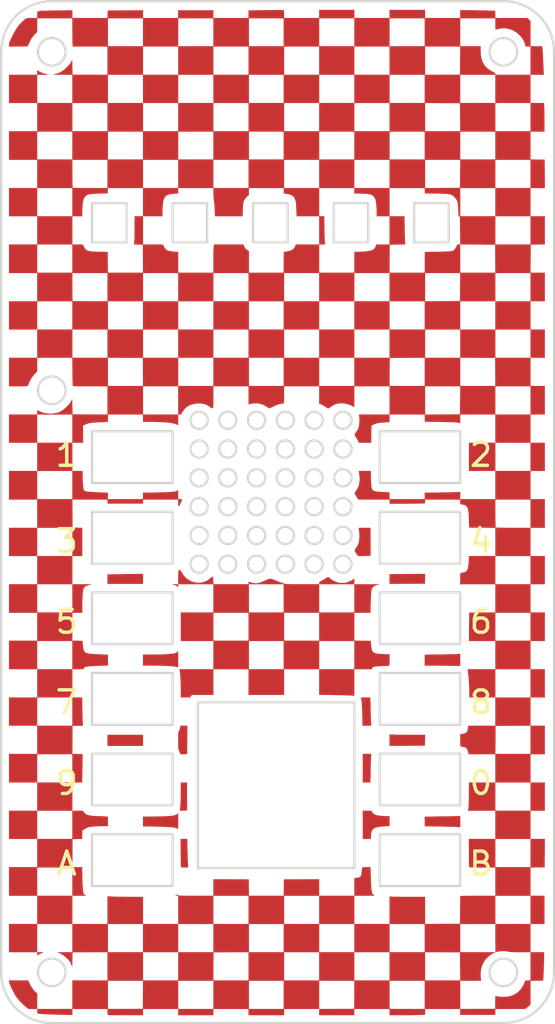
<source format=kicad_pcb>
(kicad_pcb (version 20171130) (host pcbnew 5.1.10)

  (general
    (thickness 1.6)
    (drawings 133)
    (tracks 0)
    (zones 0)
    (modules 1)
    (nets 1)
  )

  (page A4)
  (layers
    (0 F.Cu signal)
    (31 B.Cu signal)
    (32 B.Adhes user)
    (33 F.Adhes user)
    (34 B.Paste user)
    (35 F.Paste user)
    (36 B.SilkS user)
    (37 F.SilkS user)
    (38 B.Mask user)
    (39 F.Mask user)
    (40 Dwgs.User user)
    (41 Cmts.User user)
    (42 Eco1.User user)
    (43 Eco2.User user)
    (44 Edge.Cuts user)
    (45 Margin user)
    (46 B.CrtYd user)
    (47 F.CrtYd user)
    (48 B.Fab user)
    (49 F.Fab user)
  )

  (setup
    (last_trace_width 0.25)
    (trace_clearance 0.2)
    (zone_clearance 0.508)
    (zone_45_only no)
    (trace_min 0.2)
    (via_size 0.8)
    (via_drill 0.4)
    (via_min_size 0.4)
    (via_min_drill 0.3)
    (uvia_size 0.3)
    (uvia_drill 0.1)
    (uvias_allowed no)
    (uvia_min_size 0.2)
    (uvia_min_drill 0.1)
    (edge_width 0.05)
    (segment_width 0.2)
    (pcb_text_width 0.3)
    (pcb_text_size 1.5 1.5)
    (mod_edge_width 0.12)
    (mod_text_size 1 1)
    (mod_text_width 0.15)
    (pad_size 1.524 1.524)
    (pad_drill 0.762)
    (pad_to_mask_clearance 0)
    (aux_axis_origin 0 0)
    (visible_elements FFFFFF7F)
    (pcbplotparams
      (layerselection 0x010fc_ffffffff)
      (usegerberextensions false)
      (usegerberattributes true)
      (usegerberadvancedattributes true)
      (creategerberjobfile true)
      (excludeedgelayer true)
      (linewidth 0.100000)
      (plotframeref false)
      (viasonmask false)
      (mode 1)
      (useauxorigin false)
      (hpglpennumber 1)
      (hpglpenspeed 20)
      (hpglpendiameter 15.000000)
      (psnegative false)
      (psa4output false)
      (plotreference true)
      (plotvalue true)
      (plotinvisibletext false)
      (padsonsilk false)
      (subtractmaskfromsilk false)
      (outputformat 1)
      (mirror false)
      (drillshape 1)
      (scaleselection 1)
      (outputdirectory ""))
  )

  (net 0 "")

  (net_class Default "This is the default net class."
    (clearance 0.2)
    (trace_width 0.25)
    (via_dia 0.8)
    (via_drill 0.4)
    (uvia_dia 0.3)
    (uvia_drill 0.1)
  )

  (module local:case (layer F.Cu) (tedit 0) (tstamp 60888B3C)
    (at 59.25 70.5)
    (fp_text reference G*** (at 0 0) (layer F.SilkS) hide
      (effects (font (size 1.524 1.524) (thickness 0.3)))
    )
    (fp_text value LOGO (at 0.75 0) (layer F.Cu) hide
      (effects (font (size 1.524 1.524) (thickness 0.3)))
    )
    (fp_poly (pts (xy 23.220699 39.158334) (xy 23.213932 39.415229) (xy 23.206477 39.665185) (xy 23.198726 39.897271)
      (xy 23.19107 40.100559) (xy 23.183901 40.26412) (xy 23.17761 40.377024) (xy 23.176555 40.39173)
      (xy 23.156015 40.662281) (xy 22.057895 40.679699) (xy 22.057895 42.749063) (xy 21.941321 42.851537)
      (xy 21.841245 42.936369) (xy 21.736089 43.020993) (xy 21.710557 43.040656) (xy 21.596366 43.127302)
      (xy 20.299311 43.128188) (xy 19.002256 43.129073) (xy 19.002256 43.638346) (xy 15.946617 43.638346)
      (xy 15.946617 43.12969) (xy 18.986341 43.113158) (xy 18.995015 42.552529) (xy 19.003689 41.991899)
      (xy 19.185992 42.034801) (xy 19.351917 42.06092) (xy 19.557852 42.074157) (xy 19.781482 42.074604)
      (xy 20.000494 42.062349) (xy 20.192572 42.037483) (xy 20.227694 42.030605) (xy 20.534895 41.934222)
      (xy 20.814425 41.781717) (xy 21.06361 41.575513) (xy 21.279774 41.318035) (xy 21.460242 41.011706)
      (xy 21.533835 40.846964) (xy 21.608783 40.662281) (xy 22.057895 40.643577) (xy 22.057895 38.195489)
      (xy 23.244305 38.195489) (xy 23.220699 39.158334)) (layer F.Cu) (width 0.01))
    (fp_poly (pts (xy -21.518448 40.829386) (xy -21.411633 41.055504) (xy -21.278053 41.278501) (xy -21.130988 41.478265)
      (xy -20.990975 41.628119) (xy -20.816541 41.787542) (xy -20.816541 43.129073) (xy -21.576281 43.129073)
      (xy -21.80913 42.943604) (xy -22.02798 42.753762) (xy -22.249988 42.533581) (xy -22.457519 42.301943)
      (xy -22.632938 42.077731) (xy -22.676712 42.014669) (xy -22.753985 41.889867) (xy -22.840586 41.734352)
      (xy -22.931237 41.559438) (xy -23.020659 41.376444) (xy -23.103576 41.196685) (xy -23.174708 41.031478)
      (xy -23.228778 40.89214) (xy -23.260507 40.789987) (xy -23.26665 40.749812) (xy -23.267418 40.646366)
      (xy -21.592165 40.646366) (xy -21.518448 40.829386)) (layer F.Cu) (width 0.01))
    (fp_poly (pts (xy 22.057895 38.195489) (xy 21.184134 38.195489) (xy 20.897967 38.194628) (xy 20.667783 38.191814)
      (xy 20.485926 38.186702) (xy 20.344741 38.178945) (xy 20.236572 38.168199) (xy 20.153764 38.154116)
      (xy 20.127071 38.147745) (xy 20.004136 38.124655) (xy 19.848539 38.107704) (xy 19.691211 38.100129)
      (xy 19.670677 38.1) (xy 19.515591 38.105995) (xy 19.357878 38.12182) (xy 19.228468 38.144241)
      (xy 19.214282 38.147745) (xy 19.114315 38.173203) (xy 19.04204 38.190523) (xy 19.016618 38.195489)
      (xy 19.013427 38.164804) (xy 19.010482 38.077328) (xy 19.007865 37.939929) (xy 19.005655 37.759474)
      (xy 19.003932 37.542831) (xy 19.002778 37.296869) (xy 19.002272 37.028454) (xy 19.002256 36.97005)
      (xy 19.002256 35.744612) (xy 22.057895 35.744612) (xy 22.057895 38.195489)) (layer F.Cu) (width 0.01))
    (fp_poly (pts (xy 23.267419 35.744612) (xy 22.057895 35.744612) (xy 22.057895 33.293735) (xy 23.267419 33.293735)
      (xy 23.267419 35.744612)) (layer F.Cu) (width 0.01))
    (fp_poly (pts (xy 23.299248 -13.43208) (xy 22.057895 -13.43208) (xy 22.057895 -15.882957) (xy 23.299248 -15.882957)
      (xy 23.299248 -13.43208)) (layer F.Cu) (width 0.01))
    (fp_poly (pts (xy -20.816541 -35.553634) (xy -23.267418 -35.553634) (xy -23.267418 -38.004511) (xy -20.816541 -38.004511)
      (xy -20.816541 -35.553634)) (layer F.Cu) (width 0.01))
    (fp_poly (pts (xy -20.617606 -38.280222) (xy -20.329991 -38.146444) (xy -20.036914 -38.062339) (xy -19.908261 -38.039929)
      (xy -19.850171 -38.029974) (xy -19.833742 -38.022413) (xy -19.863394 -38.016859) (xy -19.94355 -38.012923)
      (xy -20.07863 -38.010217) (xy -20.267481 -38.008392) (xy -20.816541 -38.004511) (xy -20.816541 -38.389581)
      (xy -20.617606 -38.280222)) (layer F.Cu) (width 0.01))
    (fp_poly (pts (xy -20.816541 -12.243405) (xy -20.985351 -12.07859) (xy -21.192785 -11.839649) (xy -21.380061 -11.551158)
      (xy -21.539532 -11.225985) (xy -21.623299 -11.005075) (xy -21.633425 -10.987986) (xy -21.655746 -10.974777)
      (xy -21.697629 -10.964955) (xy -21.766436 -10.958025) (xy -21.869534 -10.953496) (xy -22.014286 -10.950873)
      (xy -22.208056 -10.949663) (xy -22.454765 -10.949373) (xy -23.267418 -10.949373) (xy -23.267418 -13.43208)
      (xy -20.816541 -13.43208) (xy -20.816541 -12.243405)) (layer F.Cu) (width 0.01))
    (fp_poly (pts (xy -20.816541 38.195489) (xy -20.271823 38.195489) (xy -20.536225 38.330979) (xy -20.800627 38.46647)
      (xy -20.810328 38.330979) (xy -20.820029 38.195489) (xy -23.267418 38.195489) (xy -23.267418 35.744612)
      (xy -20.816541 35.744612) (xy -20.816541 38.195489)) (layer F.Cu) (width 0.01))
    (fp_poly (pts (xy -17.760902 43.648258) (xy -18.819236 43.625814) (xy -19.183173 43.616959) (xy -19.523709 43.606445)
      (xy -19.835158 43.594569) (xy -20.111832 43.581629) (xy -20.348046 43.567924) (xy -20.538113 43.553752)
      (xy -20.676347 43.539409) (xy -20.757061 43.525195) (xy -20.76084 43.52408) (xy -20.793224 43.501291)
      (xy -20.810379 43.448731) (xy -20.816332 43.351498) (xy -20.816541 43.317906) (xy -20.816541 43.129073)
      (xy -17.760902 43.129073) (xy -17.760902 43.648258)) (layer F.Cu) (width 0.01))
    (fp_poly (pts (xy 23.299248 -25.718295) (xy 23.299248 -23.268793) (xy 22.07381 -23.251503) (xy 22.057138 -20.816541)
      (xy 23.299248 -20.816541) (xy 23.299248 -18.333834) (xy 22.057895 -18.333834) (xy 22.057895 -15.882957)
      (xy 19.002256 -15.882957) (xy 19.002256 -13.43208) (xy 22.057895 -13.43208) (xy 22.057895 -10.981203)
      (xy 23.299248 -10.981203) (xy 23.299248 -8.498496) (xy 22.057895 -8.498496) (xy 22.057895 -6.047619)
      (xy 23.299248 -6.047619) (xy 23.299248 -3.596741) (xy 22.057895 -3.596741) (xy 22.057895 -1.145864)
      (xy 23.299248 -1.145864) (xy 23.299248 1.336842) (xy 22.057895 1.336842) (xy 22.057895 3.78772)
      (xy 23.299248 3.78772) (xy 23.299248 6.238597) (xy 22.057895 6.238597) (xy 22.057895 8.689474)
      (xy 23.299248 8.689474) (xy 23.299248 11.172181) (xy 22.057895 11.172181) (xy 22.057895 13.623058)
      (xy 23.299248 13.623058) (xy 23.299248 16.073935) (xy 22.057895 16.073935) (xy 22.057895 18.524195)
      (xy 20.538033 18.532461) (xy 19.01817 18.540727) (xy 19.009835 19.758208) (xy 19.001499 20.97569)
      (xy 22.057895 20.97569) (xy 22.057895 18.524812) (xy 23.299248 18.524812) (xy 23.299248 21.007519)
      (xy 22.057895 21.007519) (xy 22.057895 23.458396) (xy 23.299248 23.458396) (xy 23.299248 25.909274)
      (xy 22.057895 25.909274) (xy 22.057895 28.360151) (xy 23.299996 28.360151) (xy 23.291665 29.593547)
      (xy 23.283333 30.826943) (xy 22.670614 30.835587) (xy 22.057895 30.844232) (xy 22.057895 33.293735)
      (xy 19.002256 33.293735) (xy 19.002256 35.744612) (xy 15.946617 35.744612) (xy 15.946617 38.195489)
      (xy 18.986341 38.197335) (xy 18.763534 38.314181) (xy 18.585909 38.427223) (xy 18.400322 38.579142)
      (xy 18.22334 38.753627) (xy 18.071529 38.934366) (xy 17.962722 39.102632) (xy 17.822954 39.435156)
      (xy 17.738699 39.791956) (xy 17.71146 40.163613) (xy 17.738126 40.511091) (xy 17.763095 40.678196)
      (xy 15.946617 40.678196) (xy 15.946617 43.129073) (xy 12.890977 43.129073) (xy 12.890977 43.6283)
      (xy 12.312943 43.649238) (xy 12.123617 43.654824) (xy 11.885952 43.659848) (xy 11.615268 43.664103)
      (xy 11.326885 43.667381) (xy 11.036122 43.669474) (xy 10.769208 43.670176) (xy 9.803509 43.670176)
      (xy 9.803509 43.129073) (xy 6.74787 43.129073) (xy 6.74787 43.670176) (xy 3.692231 43.670176)
      (xy 3.692231 43.12969) (xy 6.731955 43.113158) (xy 6.740291 41.895677) (xy 6.748626 40.678196)
      (xy 9.803509 40.678196) (xy 9.803509 41.882415) (xy 9.804051 42.153266) (xy 9.805597 42.403949)
      (xy 9.808024 42.627373) (xy 9.811208 42.816446) (xy 9.815027 42.964077) (xy 9.819359 43.063174)
      (xy 9.824079 43.106644) (xy 9.824729 43.107853) (xy 9.859893 43.112126) (xy 9.952406 43.11611)
      (xy 10.095956 43.11972) (xy 10.284232 43.122867) (xy 10.510925 43.125463) (xy 10.769723 43.127421)
      (xy 11.054315 43.128654) (xy 11.352548 43.129073) (xy 12.859148 43.129073) (xy 12.859148 40.678196)
      (xy 9.803509 40.678196) (xy 6.748626 40.678196) (xy 3.692231 40.678196) (xy 3.692231 43.129073)
      (xy 0.636592 43.129073) (xy 0.636592 43.670176) (xy -2.450877 43.670176) (xy -2.450877 43.129073)
      (xy -5.506516 43.129073) (xy -5.506516 43.670176) (xy -8.562155 43.670176) (xy -8.562155 43.129073)
      (xy -11.617794 43.129073) (xy -11.617794 43.670176) (xy -13.140309 43.670176) (xy -13.445715 43.669745)
      (xy -13.731544 43.668511) (xy -13.991519 43.666559) (xy -14.219365 43.663976) (xy -14.408805 43.660848)
      (xy -14.553562 43.657262) (xy -14.647361 43.653303) (xy -14.683924 43.649058) (xy -14.684043 43.648956)
      (xy -14.694077 43.609096) (xy -14.70155 43.522586) (xy -14.70513 43.406422) (xy -14.705263 43.378405)
      (xy -14.705263 43.129073) (xy -17.760902 43.129073) (xy -17.760902 40.678196) (xy -14.673434 40.678196)
      (xy -14.673434 43.12969) (xy -13.153571 43.121424) (xy -11.633709 43.113158) (xy -11.625374 41.895677)
      (xy -11.617038 40.678196) (xy -8.562155 40.678196) (xy -8.562155 43.129073) (xy -5.506516 43.129073)
      (xy -5.506516 40.678196) (xy -2.419048 40.678196) (xy -2.419048 43.129073) (xy 0.604762 43.129073)
      (xy 0.604762 40.678196) (xy -2.419048 40.678196) (xy -5.506516 40.678196) (xy -8.562155 40.678196)
      (xy -11.617038 40.678196) (xy -14.673434 40.678196) (xy -17.760902 40.678196) (xy -17.760902 40.646366)
      (xy -14.705263 40.646366) (xy -14.705263 38.194872) (xy -17.744987 38.211404) (xy -17.760902 38.89574)
      (xy -17.767362 39.13057) (xy -17.774351 39.301954) (xy -17.781884 39.410099) (xy -17.789977 39.455217)
      (xy -17.798645 39.437517) (xy -17.800053 39.429082) (xy -17.854195 39.232375) (xy -17.957809 39.040871)
      (xy -18.116013 38.845984) (xy -18.196075 38.764822) (xy -18.418756 38.565359) (xy -18.631061 38.411259)
      (xy -18.849988 38.290411) (xy -18.883999 38.274608) (xy -19.05 38.199156) (xy -18.405451 38.197323)
      (xy -17.760902 38.195489) (xy -17.760902 35.744612) (xy -20.816541 35.744612) (xy -20.816541 33.293735)
      (xy -23.267418 33.293735) (xy -23.267418 30.842858) (xy -20.816541 30.842858) (xy -20.816541 33.293735)
      (xy -17.760902 33.293735) (xy -17.760902 30.842858) (xy -20.816541 30.842858) (xy -23.267418 30.842858)
      (xy -23.267418 30.811028) (xy -20.816541 30.811028) (xy -17.761659 30.811028) (xy -16.911756 30.811028)
      (xy -16.890592 31.742043) (xy -16.881778 32.085452) (xy -16.87166 32.370893) (xy -16.859198 32.604061)
      (xy -16.843352 32.790645) (xy -16.823081 32.936338) (xy -16.797346 33.046832) (xy -16.765106 33.12782)
      (xy -16.725323 33.184992) (xy -16.676955 33.22404) (xy -16.618962 33.250657) (xy -16.614664 33.252151)
      (xy -16.58493 33.265175) (xy -16.586069 33.275001) (xy -16.624044 33.282088) (xy -16.704821 33.286894)
      (xy -16.834364 33.289878) (xy -17.018637 33.291499) (xy -17.132268 33.291938) (xy -17.760902 33.293735)
      (xy -17.760902 35.744612) (xy -14.705263 35.744612) (xy -14.705263 33.347348) (xy -14.127228 33.368286)
      (xy -13.937902 33.373872) (xy -13.700238 33.378896) (xy -13.429554 33.383151) (xy -13.141171 33.386429)
      (xy -12.850408 33.388522) (xy -12.583494 33.389223) (xy -11.617794 33.389223) (xy -11.617794 35.744612)
      (xy -14.673434 35.744612) (xy -14.673434 38.195489) (xy -11.617794 38.195489) (xy -11.617794 40.646366)
      (xy -8.562155 40.646366) (xy -5.507273 40.646366) (xy -2.450877 40.646366) (xy -2.450877 38.194872)
      (xy -5.490601 38.211404) (xy -5.507273 40.646366) (xy -8.562155 40.646366) (xy -8.562155 38.195489)
      (xy -5.506516 38.195489) (xy -5.506516 35.744612) (xy -2.450877 35.744612) (xy -2.419048 35.744612)
      (xy -2.419048 38.195489) (xy 0.604762 38.195489) (xy 0.636592 38.195489) (xy 0.636592 40.646366)
      (xy 3.692231 40.646366) (xy 3.692231 38.195489) (xy 0.636592 38.195489) (xy 0.604762 38.195489)
      (xy 0.604762 35.744612) (xy -2.419048 35.744612) (xy -2.450877 35.744612) (xy -2.450877 33.293735)
      (xy -5.506516 33.293735) (xy -5.506516 31.860792) (xy -3.970739 31.869056) (xy -2.434962 31.877319)
      (xy -2.41783 33.293735) (xy 0.603544 33.293735) (xy 0.61211 32.585527) (xy 0.620677 31.877319)
      (xy 2.156454 31.869056) (xy 3.692231 31.860792) (xy 3.692231 33.293735) (xy 0.636592 33.293735)
      (xy 0.636592 35.744612) (xy 3.692231 35.744612) (xy 3.692231 38.195489) (xy 6.74787 38.195489)
      (xy 6.74787 40.646366) (xy 9.803509 40.646366) (xy 12.890977 40.646366) (xy 15.947373 40.646366)
      (xy 15.939037 39.428885) (xy 15.930702 38.211404) (xy 14.41084 38.203138) (xy 12.890977 38.194872)
      (xy 12.890977 40.646366) (xy 9.803509 40.646366) (xy 9.803509 38.195489) (xy 12.859148 38.195489)
      (xy 12.859148 35.744612) (xy 9.803509 35.744612) (xy 9.803509 33.348188) (xy 10.018358 33.36848)
      (xy 10.09693 33.372897) (xy 10.231067 33.376994) (xy 10.412676 33.380664) (xy 10.633663 33.383797)
      (xy 10.885935 33.386288) (xy 11.161398 33.388028) (xy 11.451958 33.38891) (xy 11.562093 33.388997)
      (xy 12.890977 33.389223) (xy 12.890977 35.745229) (xy 14.41084 35.736963) (xy 15.930702 35.728697)
      (xy 15.939038 34.531034) (xy 15.947374 33.33337) (xy 16.046463 33.313552) (xy 16.098301 33.309433)
      (xy 16.206836 33.305604) (xy 16.365103 33.302154) (xy 16.56614 33.299175) (xy 16.802984 33.296757)
      (xy 17.068672 33.29499) (xy 17.356242 33.293964) (xy 17.573904 33.293735) (xy 19.002256 33.293735)
      (xy 19.002256 30.842858) (xy 17.871307 30.842858) (xy 17.557917 30.842366) (xy 17.303177 30.840777)
      (xy 17.102081 30.837915) (xy 16.949628 30.833607) (xy 16.840812 30.827679) (xy 16.770631 30.819957)
      (xy 16.734081 30.810268) (xy 16.726068 30.803071) (xy 16.722631 30.763219) (xy 16.719039 30.666954)
      (xy 16.715425 30.52152) (xy 16.711923 30.334163) (xy 16.708667 30.112128) (xy 16.705789 29.862659)
      (xy 16.703423 29.593002) (xy 16.703195 29.561699) (xy 16.694612 28.360114) (xy 17.848434 28.360132)
      (xy 19.002256 28.360151) (xy 19.002256 30.811028) (xy 22.057895 30.811028) (xy 22.057895 28.360151)
      (xy 19.002256 28.360151) (xy 19.002256 25.909274) (xy 22.057895 25.909274) (xy 22.057895 23.458396)
      (xy 19.002256 23.458396) (xy 19.002256 21.007519) (xy 16.67991 21.007519) (xy 16.660197 20.919988)
      (xy 16.609375 20.722711) (xy 16.553212 20.579026) (xy 16.482524 20.478981) (xy 16.388129 20.412626)
      (xy 16.260845 20.370008) (xy 16.131125 20.346599) (xy 15.962531 20.322365) (xy 15.953818 19.79272)
      (xy 15.945105 19.263074) (xy 16.112966 19.240286) (xy 16.305169 19.201216) (xy 16.446872 19.144111)
      (xy 16.532908 19.071274) (xy 16.546971 19.046963) (xy 16.57054 18.97532) (xy 16.597028 18.8651)
      (xy 16.619617 18.746308) (xy 16.656197 18.524812) (xy 19.002256 18.524812) (xy 19.002256 16.073935)
      (xy 22.057895 16.073935) (xy 22.057895 13.623058) (xy 19.002256 13.623058) (xy 19.002256 11.172181)
      (xy 16.709779 11.172181) (xy 16.726333 8.721304) (xy 19.002256 8.721304) (xy 19.002256 11.140351)
      (xy 22.057895 11.140351) (xy 22.057895 8.721304) (xy 19.002256 8.721304) (xy 16.726333 8.721304)
      (xy 16.726441 8.705389) (xy 17.864348 8.697029) (xy 19.002256 8.68867) (xy 19.002256 6.238597)
      (xy 22.057895 6.238597) (xy 22.057895 3.78772) (xy 19.002256 3.78772) (xy 19.002256 1.337647)
      (xy 17.864348 1.329287) (xy 16.726441 1.320928) (xy 16.706489 0.668421) (xy 16.693467 0.341899)
      (xy 16.674532 0.073103) (xy 16.647099 -0.143811) (xy 16.608585 -0.314689) (xy 16.556403 -0.445375)
      (xy 16.487971 -0.541716) (xy 16.400703 -0.609555) (xy 16.292015 -0.654739) (xy 16.159323 -0.683113)
      (xy 16.105747 -0.690271) (xy 15.946617 -0.709117) (xy 15.946617 -1.114035) (xy 19.002256 -1.114035)
      (xy 19.002256 0.090184) (xy 19.002798 0.361035) (xy 19.004344 0.611718) (xy 19.006771 0.835143)
      (xy 19.009955 1.024216) (xy 19.013774 1.171847) (xy 19.018106 1.270943) (xy 19.022826 1.314414)
      (xy 19.023475 1.315623) (xy 19.05864 1.319895) (xy 19.151152 1.32388) (xy 19.294702 1.327489)
      (xy 19.482979 1.330636) (xy 19.709672 1.333233) (xy 19.96847 1.335191) (xy 20.253062 1.336423)
      (xy 20.551295 1.336842) (xy 22.057895 1.336842) (xy 22.057895 -1.114035) (xy 19.002256 -1.114035)
      (xy 15.946617 -1.114035) (xy 12.890977 -1.114035) (xy 12.890977 -0.953888) (xy 12.883143 -0.84648)
      (xy 12.861291 -0.787387) (xy 12.851191 -0.780248) (xy 12.812187 -0.777332) (xy 12.715945 -0.774239)
      (xy 12.568884 -0.771066) (xy 12.377424 -0.767905) (xy 12.147985 -0.764854) (xy 11.886986 -0.762006)
      (xy 11.600847 -0.759458) (xy 11.307447 -0.757375) (xy 9.80349 -0.747995) (xy 9.8035 -0.931015)
      (xy 9.803509 -1.114035) (xy 7.102334 -1.114035) (xy 6.941016 -1.343004) (xy 6.867967 -1.453189)
      (xy 6.812162 -1.549741) (xy 6.782373 -1.616967) (xy 6.779699 -1.631562) (xy 6.798161 -1.718145)
      (xy 6.856866 -1.827115) (xy 6.941728 -1.944006) (xy 7.051368 -2.126166) (xy 7.135318 -2.352302)
      (xy 7.19036 -2.60683) (xy 7.213278 -2.874166) (xy 7.200852 -3.138724) (xy 7.195988 -3.175491)
      (xy 7.176296 -3.306571) (xy 7.157274 -3.42361) (xy 7.142705 -3.503434) (xy 7.141479 -3.50921)
      (xy 7.122403 -3.596741) (xy 8.171272 -3.596741) (xy 8.189037 -2.920363) (xy 8.19807 -2.645375)
      (xy 8.210021 -2.426548) (xy 8.226246 -2.256404) (xy 8.248099 -2.127464) (xy 8.276937 -2.032249)
      (xy 8.314115 -1.963282) (xy 8.360989 -1.913083) (xy 8.373379 -1.903335) (xy 8.442136 -1.866968)
      (xy 8.546139 -1.836644) (xy 8.691441 -1.811475) (xy 8.884096 -1.790573) (xy 9.130155 -1.773051)
      (xy 9.334023 -1.762478) (xy 9.803509 -1.740838) (xy 9.803509 -1.145864) (xy 12.859148 -1.145864)
      (xy 12.859148 -1.708967) (xy 14.299436 -1.73044) (xy 14.599916 -1.735297) (xy 14.883711 -1.740605)
      (xy 15.143868 -1.746183) (xy 15.373431 -1.75185) (xy 15.565445 -1.757423) (xy 15.712956 -1.762721)
      (xy 15.809008 -1.767562) (xy 15.84317 -1.770797) (xy 15.946617 -1.789681) (xy 15.946617 -1.145864)
      (xy 19.002256 -1.145864) (xy 19.002256 -3.596741) (xy 22.057895 -3.596741) (xy 22.057895 -6.047619)
      (xy 19.002256 -6.047619) (xy 19.002256 -8.498496) (xy 15.946617 -8.498496) (xy 15.946617 -7.76082)
      (xy 15.827256 -7.777909) (xy 15.711459 -7.793471) (xy 15.595516 -7.806513) (xy 15.471531 -7.817403)
      (xy 15.331608 -7.826509) (xy 15.16785 -7.834198) (xy 14.972362 -7.84084) (xy 14.737248 -7.846802)
      (xy 14.454611 -7.852453) (xy 14.116555 -7.85816) (xy 14.100501 -7.858415) (xy 12.875063 -7.877819)
      (xy 12.865953 -8.188158) (xy 12.856843 -8.498496) (xy 9.803509 -8.498496) (xy 9.803509 -10.949373)
      (xy 12.890977 -10.949373) (xy 12.890977 -8.497879) (xy 14.41084 -8.506145) (xy 15.930702 -8.514411)
      (xy 15.939037 -9.731892) (xy 15.947373 -10.949373) (xy 19.002256 -10.949373) (xy 19.002256 -8.498496)
      (xy 22.057895 -8.498496) (xy 22.057895 -10.949373) (xy 19.002256 -10.949373) (xy 15.947373 -10.949373)
      (xy 12.890977 -10.949373) (xy 9.803509 -10.949373) (xy 6.74787 -10.949373) (xy 6.74787 -9.141927)
      (xy 6.501191 -9.26682) (xy 6.182957 -9.396053) (xy 5.859182 -9.465837) (xy 5.538346 -9.474519)
      (xy 5.295585 -9.444638) (xy 5.091272 -9.387709) (xy 4.903156 -9.295862) (xy 4.758655 -9.198845)
      (xy 4.651057 -9.125125) (xy 4.555241 -9.069569) (xy 4.487788 -9.041493) (xy 4.475662 -9.039821)
      (xy 4.419755 -9.057223) (xy 4.32875 -9.103442) (xy 4.219011 -9.169823) (xy 4.176572 -9.198009)
      (xy 4.053906 -9.276004) (xy 3.933838 -9.342972) (xy 3.837793 -9.387199) (xy 3.81849 -9.393802)
      (xy 3.692231 -9.43163) (xy 3.692231 -10.949373) (xy 0.636592 -10.949373) (xy 0.636592 -10.216294)
      (xy 0.635756 -9.967892) (xy 0.633036 -9.777183) (xy 0.628114 -9.638217) (xy 0.620673 -9.545047)
      (xy 0.610393 -9.491725) (xy 0.596957 -9.472302) (xy 0.596805 -9.472259) (xy 0.546951 -9.462197)
      (xy 0.453971 -9.44622) (xy 0.33771 -9.427732) (xy 0.334211 -9.427196) (xy 0.189052 -9.395548)
      (xy 0.030581 -9.340701) (xy -0.157312 -9.256729) (xy -0.238995 -9.216344) (xy -0.377776 -9.14822)
      (xy -0.498748 -9.09232) (xy -0.589155 -9.054304) (xy -0.636238 -9.039832) (xy -0.636865 -9.039821)
      (xy -0.683339 -9.057005) (xy -0.766655 -9.102685) (xy -0.871835 -9.168379) (xy -0.916269 -9.198083)
      (xy -1.189995 -9.350207) (xy -1.479814 -9.443374) (xy -1.788886 -9.478037) (xy -2.120376 -9.454647)
      (xy -2.363346 -9.405019) (xy -2.450877 -9.382823) (xy -2.450877 -10.949373) (xy -5.506516 -10.949373)
      (xy -5.506516 -9.994486) (xy -5.506242 -9.707667) (xy -5.506841 -9.479435) (xy -5.51045 -9.304731)
      (xy -5.519203 -9.178496) (xy -5.535236 -9.095668) (xy -5.560682 -9.051191) (xy -5.597678 -9.040002)
      (xy -5.648358 -9.057044) (xy -5.714858 -9.097257) (xy -5.799312 -9.155581) (xy -5.846672 -9.188399)
      (xy -6.062368 -9.317855) (xy -6.274505 -9.402402) (xy -6.504206 -9.448458) (xy -6.74787 -9.462345)
      (xy -7.099414 -9.440652) (xy -7.410763 -9.369648) (xy -7.682092 -9.249239) (xy -7.913578 -9.079331)
      (xy -8.105398 -8.859833) (xy -8.2066 -8.694843) (xy -8.263503 -8.591805) (xy -8.306055 -8.533065)
      (xy -8.348813 -8.506201) (xy -8.406332 -8.498793) (xy -8.436704 -8.498496) (xy -8.562155 -8.498496)
      (xy -8.562155 -10.949373) (xy -11.617794 -10.949373) (xy -11.617794 -8.498496) (xy -14.673434 -8.498496)
      (xy -14.673434 -7.867845) (xy -14.967857 -7.849778) (xy -15.127366 -7.840453) (xy -15.321637 -7.829783)
      (xy -15.521838 -7.819322) (xy -15.644236 -7.813241) (xy -15.906107 -7.79747) (xy -16.116673 -7.77685)
      (xy -16.28823 -7.749117) (xy -16.433081 -7.712009) (xy -16.563524 -7.663262) (xy -16.631893 -7.631505)
      (xy -16.837845 -7.529945) (xy -16.837845 -6.047619) (xy -17.760902 -6.047619) (xy -17.760902 -3.596741)
      (xy -16.869674 -3.596741) (xy -16.869402 -3.175) (xy -16.866348 -2.956967) (xy -16.858075 -2.733428)
      (xy -16.84551 -2.516292) (xy -16.829581 -2.317469) (xy -16.811213 -2.148868) (xy -16.791333 -2.022401)
      (xy -16.774811 -1.959163) (xy -16.722226 -1.885419) (xy -16.662732 -1.846096) (xy -16.58073 -1.826384)
      (xy -16.442072 -1.806671) (xy -16.253758 -1.787528) (xy -16.022789 -1.769528) (xy -15.756164 -1.753246)
      (xy -15.460884 -1.739254) (xy -15.270238 -1.732107) (xy -14.673434 -1.711895) (xy -14.673434 -1.145864)
      (xy -11.617794 -1.145864) (xy -11.617794 -1.709426) (xy -10.432143 -1.728744) (xy -10.056014 -1.735805)
      (xy -9.738005 -1.74404) (xy -9.472582 -1.75392) (xy -9.254211 -1.765916) (xy -9.077356 -1.780499)
      (xy -8.936484 -1.798139) (xy -8.826058 -1.819309) (xy -8.740546 -1.844479) (xy -8.674411 -1.874121)
      (xy -8.665601 -1.879109) (xy -8.562155 -1.939457) (xy -8.562155 -1.145864) (xy -8.383687 -1.145864)
      (xy -8.277942 -1.141693) (xy -8.227427 -1.127871) (xy -8.222375 -1.106077) (xy -8.241971 -1.059908)
      (xy -8.279341 -0.971312) (xy -8.327626 -0.856562) (xy -8.346417 -0.811844) (xy -8.409744 -0.675231)
      (xy -8.46474 -0.584471) (xy -8.506805 -0.547116) (xy -8.507729 -0.546916) (xy -8.533609 -0.548658)
      (xy -8.549771 -0.573534) (xy -8.558423 -0.632838) (xy -8.561772 -0.737861) (xy -8.562155 -0.825235)
      (xy -8.562155 -1.114035) (xy -11.617794 -1.114035) (xy -11.617794 -0.763909) (xy -14.705263 -0.763909)
      (xy -14.705263 -1.114035) (xy -17.761659 -1.114035) (xy -17.753323 0.103446) (xy -17.744987 1.320928)
      (xy -17.323246 1.329809) (xy -16.901504 1.33869) (xy -16.901504 3.78772) (xy -17.760902 3.78772)
      (xy -17.760902 6.238597) (xy -16.861717 6.242526) (xy -16.599259 6.244141) (xy -16.397073 6.246528)
      (xy -16.251773 6.249846) (xy -16.159977 6.254256) (xy -16.118298 6.259918) (xy -16.123353 6.266992)
      (xy -16.169424 6.275316) (xy -16.313408 6.305406) (xy -16.463082 6.352011) (xy -16.547027 6.386896)
      (xy -16.642208 6.440271) (xy -16.715112 6.502486) (xy -16.769429 6.583015) (xy -16.808848 6.691333)
      (xy -16.837058 6.836913) (xy -16.857748 7.029229) (xy -16.871128 7.219236) (xy -16.881851 7.430636)
      (xy -16.890883 7.677515) (xy -16.89738 7.931701) (xy -16.900497 8.165019) (xy -16.900637 8.204073)
      (xy -16.901504 8.721304) (xy -17.760902 8.721304) (xy -17.760902 11.138555) (xy -17.323921 11.14741)
      (xy -16.88694 11.156266) (xy -16.850201 11.527957) (xy -16.822849 11.749686) (xy -16.788086 11.91719)
      (xy -16.742139 12.039797) (xy -16.681238 12.126838) (xy -16.60161 12.187641) (xy -16.578614 12.199699)
      (xy -16.483491 12.23123) (xy -16.333369 12.259239) (xy -16.126475 12.283901) (xy -15.861039 12.305396)
      (xy -15.53529 12.323901) (xy -15.206579 12.337523) (xy -14.673434 12.356652) (xy -14.673434 13.297376)
      (xy -15.317982 13.318849) (xy -15.672153 13.332163) (xy -15.967337 13.346955) (xy -16.208202 13.363998)
      (xy -16.399418 13.384065) (xy -16.545652 13.40793) (xy -16.651573 13.436366) (xy -16.721849 13.470148)
      (xy -16.761148 13.510048) (xy -16.77414 13.55684) (xy -16.774185 13.560133) (xy -16.777382 13.583987)
      (xy -16.793173 13.600909) (xy -16.830855 13.612083) (xy -16.899728 13.618697) (xy -17.009091 13.621935)
      (xy -17.168243 13.622984) (xy -17.267544 13.623058) (xy -17.760902 13.623058) (xy -17.760902 16.073935)
      (xy -16.911615 16.073935) (xy -16.889481 17.195928) (xy -16.883792 17.461447) (xy -16.877598 17.71039)
      (xy -16.871165 17.934681) (xy -16.86476 18.126241) (xy -16.858649 18.276996) (xy -16.853099 18.378867)
      (xy -16.849115 18.420471) (xy -16.830882 18.523022) (xy -17.287935 18.531875) (xy -17.744987 18.540727)
      (xy -17.761657 20.973937) (xy -17.307708 20.982771) (xy -17.129596 20.986694) (xy -17.005618 20.991386)
      (xy -16.926256 20.998393) (xy -16.881991 21.009261) (xy -16.863302 21.025535) (xy -16.860671 21.048762)
      (xy -16.861338 21.055264) (xy -16.863638 21.100833) (xy -16.866846 21.202506) (xy -16.870787 21.352734)
      (xy -16.875282 21.543972) (xy -16.880154 21.768672) (xy -16.885226 22.019288) (xy -16.89032 22.288273)
      (xy -16.890328 22.28866) (xy -16.911739 23.458396) (xy -17.760902 23.458396) (xy -17.760902 25.909274)
      (xy -17.283459 25.909274) (xy -17.095972 25.910189) (xy -16.963405 25.913502) (xy -16.877038 25.920065)
      (xy -16.82815 25.93073) (xy -16.808022 25.946349) (xy -16.806015 25.95591) (xy -16.779648 26.027188)
      (xy -16.711027 26.110262) (xy -16.615872 26.190631) (xy -16.509903 26.253795) (xy -16.462363 26.272913)
      (xy -16.325302 26.307056) (xy -16.1401 26.337104) (xy -15.922228 26.361397) (xy -15.687155 26.378273)
      (xy -15.450355 26.386071) (xy -15.405514 26.386392) (xy -15.240348 26.389089) (xy -15.068871 26.395569)
      (xy -14.921681 26.404585) (xy -14.888283 26.407461) (xy -14.673434 26.427752) (xy -14.673434 27.246116)
      (xy -15.063346 27.246838) (xy -15.285751 27.250243) (xy -15.518817 27.259024) (xy -15.749513 27.272218)
      (xy -15.964806 27.288856) (xy -16.151667 27.307975) (xy -16.297062 27.328607) (xy -16.367436 27.343499)
      (xy -16.460888 27.378765) (xy -16.580606 27.43747) (xy -16.699358 27.50611) (xy -16.901504 27.633777)
      (xy -16.901504 28.358303) (xy -17.323246 28.367184) (xy -17.744987 28.376066) (xy -17.761659 30.811028)
      (xy -20.816541 30.811028) (xy -20.816541 28.360151) (xy -23.267418 28.360151) (xy -23.267418 25.909274)
      (xy -20.816541 25.909274) (xy -20.816541 28.360151) (xy -17.760902 28.360151) (xy -17.760902 25.909274)
      (xy -20.816541 25.909274) (xy -20.816541 23.458396) (xy -23.267418 23.458396) (xy -23.267418 21.007519)
      (xy -20.816541 21.007519) (xy -20.816541 23.458396) (xy -17.760902 23.458396) (xy -17.760902 21.007519)
      (xy -20.816541 21.007519) (xy -23.267418 21.007519) (xy -23.267418 20.97569) (xy -20.816541 20.97569)
      (xy -20.816541 18.524812) (xy -23.267418 18.524812) (xy -23.267418 16.073935) (xy -20.816541 16.073935)
      (xy -20.816541 18.524812) (xy -17.760902 18.524812) (xy -17.760902 16.073935) (xy -20.816541 16.073935)
      (xy -20.816541 13.623058) (xy -23.267418 13.623058) (xy -23.267418 11.172181) (xy -20.816541 11.172181)
      (xy -20.816541 13.623058) (xy -17.760902 13.623058) (xy -17.760902 11.172181) (xy -20.816541 11.172181)
      (xy -23.267418 11.172181) (xy -23.267418 11.140351) (xy -20.816541 11.140351) (xy -20.816541 8.721304)
      (xy -23.267418 8.721304) (xy -23.267418 8.689474) (xy -20.816541 8.689474) (xy -17.760902 8.689474)
      (xy -17.760902 6.238597) (xy -20.816541 6.238597) (xy -20.816541 8.689474) (xy -23.267418 8.689474)
      (xy -23.267418 6.238597) (xy -20.816541 6.238597) (xy -20.816541 3.78772) (xy -23.267418 3.78772)
      (xy -23.267418 1.336842) (xy -20.816541 1.336842) (xy -20.816541 3.78772) (xy -17.760902 3.78772)
      (xy -17.760902 1.336842) (xy -20.816541 1.336842) (xy -20.816541 -1.114035) (xy -23.267418 -1.114035)
      (xy -23.267418 -3.596741) (xy -20.816541 -3.596741) (xy -20.816541 -1.145864) (xy -17.760902 -1.145864)
      (xy -17.760902 -3.596741) (xy -20.816541 -3.596741) (xy -20.816541 -6.047619) (xy -23.267418 -6.047619)
      (xy -23.267418 -8.498496) (xy -20.816541 -8.498496) (xy -20.816541 -6.047619) (xy -17.760902 -6.047619)
      (xy -17.760902 -8.498496) (xy -20.816541 -8.498496) (xy -20.816541 -8.692126) (xy -20.81302 -8.791259)
      (xy -20.803845 -8.856677) (xy -20.792669 -8.873717) (xy -20.572563 -8.767816) (xy -20.38843 -8.69158)
      (xy -20.223743 -8.63867) (xy -20.109675 -8.611813) (xy -19.751845 -8.567662) (xy -19.401594 -8.579641)
      (xy -19.06832 -8.646723) (xy -18.782737 -8.75722) (xy -18.651673 -8.836677) (xy -18.499955 -8.952518)
      (xy -18.339694 -9.092877) (xy -18.182999 -9.245888) (xy -18.041982 -9.399685) (xy -17.928751 -9.542403)
      (xy -17.855418 -9.662176) (xy -17.85234 -9.668842) (xy -17.776817 -9.836557) (xy -17.744987 -8.514411)
      (xy -14.705263 -8.497879) (xy -14.705263 -10.949373) (xy -16.199375 -10.949373) (xy -16.564038 -10.949737)
      (xy -16.869467 -10.950906) (xy -17.120079 -10.952996) (xy -17.320295 -10.956122) (xy -17.474534 -10.9604)
      (xy -17.587216 -10.965946) (xy -17.662761 -10.972875) (xy -17.705075 -10.981203) (xy -14.673434 -10.981203)
      (xy -11.617038 -10.981203) (xy -11.625374 -12.198684) (xy -11.633709 -13.416165) (xy -13.153571 -13.424431)
      (xy -14.673434 -13.432697) (xy -14.673434 -10.981203) (xy -17.705075 -10.981203) (xy -17.705589 -10.981304)
      (xy -17.719237 -10.98916) (xy -17.725298 -11.029012) (xy -17.731394 -11.125277) (xy -17.737315 -11.270711)
      (xy -17.742849 -11.458068) (xy -17.747787 -11.680104) (xy -17.751918 -11.929572) (xy -17.75503 -12.199229)
      (xy -17.755307 -12.230513) (xy -17.765627 -13.43208) (xy -20.816541 -13.43208) (xy -20.816541 -15.882957)
      (xy -23.267418 -15.882957) (xy -23.267418 -18.333834) (xy -20.816541 -18.333834) (xy -20.816541 -15.882957)
      (xy -17.760902 -15.882957) (xy -17.760902 -13.43208) (xy -14.705263 -13.43208) (xy -14.705263 -15.882957)
      (xy -17.760902 -15.882957) (xy -17.760902 -18.333834) (xy -20.816541 -18.333834) (xy -20.816541 -20.784711)
      (xy -17.760902 -20.784711) (xy -17.760902 -19.580493) (xy -17.76036 -19.309642) (xy -17.758814 -19.058958)
      (xy -17.756387 -18.835534) (xy -17.753203 -18.646461) (xy -17.749384 -18.49883) (xy -17.745052 -18.399734)
      (xy -17.740332 -18.356263) (xy -17.739682 -18.355054) (xy -17.704518 -18.350782) (xy -17.612005 -18.346797)
      (xy -17.468455 -18.343187) (xy -17.280179 -18.34004) (xy -17.053486 -18.337444) (xy -16.794688 -18.335486)
      (xy -16.510096 -18.334253) (xy -16.211863 -18.333834) (xy -14.705263 -18.333834) (xy -14.673434 -18.333834)
      (xy -14.673434 -15.882957) (xy -11.617794 -15.882957) (xy -11.617794 -13.43208) (xy -8.562155 -13.43208)
      (xy -8.562155 -10.981203) (xy -5.506516 -10.981203) (xy -5.506516 -13.43208) (xy -2.450877 -13.43208)
      (xy -2.419048 -13.43208) (xy -2.419048 -10.981203) (xy 0.604762 -10.981203) (xy 0.604762 -13.43208)
      (xy -2.419048 -13.43208) (xy -2.450877 -13.43208) (xy -2.450877 -15.882957) (xy -5.506516 -15.882957)
      (xy -5.506516 -18.333834) (xy -8.562155 -18.333834) (xy -8.562155 -20.784711) (xy -5.506516 -20.784711)
      (xy -5.506516 -18.333834) (xy -2.450877 -18.333834) (xy -2.419048 -18.333834) (xy -2.419048 -15.882957)
      (xy 0.604762 -15.882957) (xy 0.636592 -15.882957) (xy 0.636592 -13.43208) (xy 3.692231 -13.43208)
      (xy 3.692231 -10.981203) (xy 6.74787 -10.981203) (xy 9.802752 -10.981203) (xy 12.859148 -10.981203)
      (xy 12.859148 -13.432697) (xy 9.819424 -13.416165) (xy 9.802752 -10.981203) (xy 6.74787 -10.981203)
      (xy 6.74787 -13.43208) (xy 9.803509 -13.43208) (xy 9.803509 -15.882957) (xy 12.859148 -15.882957)
      (xy 12.890977 -15.882957) (xy 12.890977 -13.43208) (xy 15.946617 -13.43208) (xy 15.946617 -10.981203)
      (xy 19.003012 -10.981203) (xy 18.994677 -12.198684) (xy 18.986341 -13.416165) (xy 15.946617 -13.432697)
      (xy 15.946617 -15.882957) (xy 12.890977 -15.882957) (xy 12.859148 -15.882957) (xy 12.859148 -18.333834)
      (xy 9.803509 -18.333834) (xy 9.803509 -20.784711) (xy 12.890977 -20.784711) (xy 12.890977 -18.333217)
      (xy 13.004424 -18.333834) (xy 15.946617 -18.333834) (xy 15.946617 -15.882957) (xy 19.002256 -15.882957)
      (xy 19.002256 -18.333834) (xy 15.946617 -18.333834) (xy 13.004424 -18.333834) (xy 14.41084 -18.341483)
      (xy 15.930702 -18.349749) (xy 15.939037 -19.56723) (xy 15.947373 -20.784711) (xy 19.002256 -20.784711)
      (xy 19.002256 -18.333834) (xy 22.057895 -18.333834) (xy 22.057895 -20.784711) (xy 19.002256 -20.784711)
      (xy 15.947373 -20.784711) (xy 12.890977 -20.784711) (xy 9.803509 -20.784711) (xy 6.74787 -20.784711)
      (xy 6.74787 -18.333834) (xy 3.692231 -18.333834) (xy 3.692231 -15.882957) (xy 0.636592 -15.882957)
      (xy 0.604762 -15.882957) (xy 0.604762 -18.333834) (xy -2.419048 -18.333834) (xy -2.450877 -18.333834)
      (xy -2.450877 -20.784711) (xy 0.636592 -20.784711) (xy 0.636592 -18.333834) (xy 3.692231 -18.333834)
      (xy 3.692231 -20.784711) (xy 0.636592 -20.784711) (xy -2.450877 -20.784711) (xy -5.506516 -20.784711)
      (xy -8.562155 -20.784711) (xy -11.617794 -20.784711) (xy -11.617794 -18.333834) (xy -14.673434 -18.333834)
      (xy -14.705263 -18.333834) (xy -14.705263 -20.784711) (xy -17.760902 -20.784711) (xy -20.816541 -20.784711)
      (xy -23.267418 -20.784711) (xy -23.267418 -23.267418) (xy -20.816541 -23.267418) (xy -20.816541 -20.816541)
      (xy -17.760902 -20.816541) (xy -17.760902 -23.267418) (xy -20.816541 -23.267418) (xy -20.816541 -25.718295)
      (xy -23.267418 -25.718295) (xy -23.267418 -28.169173) (xy -20.816541 -28.169173) (xy -20.816541 -25.718295)
      (xy -17.760902 -25.718295) (xy -17.760902 -23.267418) (xy -17.298374 -23.267418) (xy -17.116386 -23.266704)
      (xy -16.988253 -23.263802) (xy -16.904176 -23.257573) (xy -16.854361 -23.246876) (xy -16.829011 -23.230574)
      (xy -16.819456 -23.211716) (xy -16.76339 -23.071852) (xy -16.684526 -22.93828) (xy -16.597228 -22.833429)
      (xy -16.555123 -22.798929) (xy -16.484967 -22.756028) (xy -16.411762 -22.722106) (xy -16.326687 -22.695844)
      (xy -16.220925 -22.675926) (xy -16.085656 -22.661034) (xy -15.912061 -22.64985) (xy -15.691323 -22.641057)
      (xy -15.453258 -22.634305) (xy -14.689348 -22.614912) (xy -14.680895 -21.715726) (xy -14.672442 -20.816541)
      (xy -11.617038 -20.816541) (xy -11.625374 -22.034022) (xy -11.633709 -23.251503) (xy -12.012479 -23.260512)
      (xy -12.39125 -23.269521) (xy -12.370562 -23.607632) (xy -12.364959 -23.73245) (xy -12.359932 -23.908185)
      (xy -12.355696 -24.122094) (xy -12.352467 -24.361436) (xy -12.350459 -24.61347) (xy -12.349875 -24.832019)
      (xy -12.349875 -25.718295) (xy -11.617794 -25.718295) (xy -11.617794 -23.267418) (xy -10.741482 -23.267418)
      (xy -10.481535 -23.267154) (xy -10.278179 -23.266069) (xy -10.124347 -23.263722) (xy -10.012973 -23.259671)
      (xy -9.936989 -23.253477) (xy -9.88933 -23.244697) (xy -9.862927 -23.232892) (xy -9.850714 -23.217621)
      (xy -9.848585 -23.211716) (xy -9.796716 -23.081494) (xy -9.724414 -22.954209) (xy -9.645864 -22.852873)
      (xy -9.604966 -22.816417) (xy -9.470353 -22.743703) (xy -9.294855 -22.690612) (xy -9.070571 -22.655202)
      (xy -8.888408 -22.640364) (xy -8.562155 -22.621235) (xy -8.562155 -20.816541) (xy -5.506516 -20.816541)
      (xy -5.506516 -21.900567) (xy -5.505368 -22.239192) (xy -5.501983 -22.528833) (xy -5.49645 -22.766403)
      (xy -5.48886 -22.948819) (xy -5.479302 -23.072996) (xy -5.470908 -23.126005) (xy -5.4353 -23.267418)
      (xy -2.89947 -23.267418) (xy -2.833106 -23.117391) (xy -2.76318 -22.980229) (xy -2.684899 -22.880981)
      (xy -2.577489 -22.795121) (xy -2.538408 -22.769532) (xy -2.419048 -22.693687) (xy -2.419048 -20.816541)
      (xy 0.604762 -20.816541) (xy 0.604762 -21.723684) (xy 0.605766 -21.98066) (xy 0.608647 -22.20325)
      (xy 0.613212 -22.385495) (xy 0.619268 -22.521437) (xy 0.626619 -22.605117) (xy 0.634288 -22.630827)
      (xy 0.73666 -22.638328) (xy 0.870517 -22.65798) (xy 1.014461 -22.685504) (xy 1.147092 -22.716621)
      (xy 1.247011 -22.747053) (xy 1.274547 -22.758841) (xy 1.412115 -22.855234) (xy 1.532002 -22.986559)
      (xy 1.61384 -23.129722) (xy 1.622407 -23.153285) (xy 1.660075 -23.267418) (xy 3.692231 -23.267418)
      (xy 3.692231 -20.816541) (xy 6.74787 -20.816541) (xy 6.74787 -22.621272) (xy 7.312845 -22.640773)
      (xy 7.620604 -22.655945) (xy 7.871975 -22.678921) (xy 8.073886 -22.710918) (xy 8.233265 -22.753153)
      (xy 8.357042 -22.806842) (xy 8.397225 -22.831191) (xy 8.487756 -22.914033) (xy 8.565353 -23.024194)
      (xy 8.615242 -23.137676) (xy 8.625815 -23.202491) (xy 8.628235 -23.225296) (xy 8.641186 -23.242023)
      (xy 8.6732 -23.253612) (xy 8.732809 -23.261005) (xy 8.828547 -23.265141) (xy 8.968944 -23.266963)
      (xy 9.162535 -23.267411) (xy 9.214662 -23.267418) (xy 9.803509 -23.267418) (xy 9.803509 -25.718295)
      (xy 11.101392 -25.718295) (xy 11.119103 -24.596303) (xy 11.12384 -24.330761) (xy 11.12932 -24.081786)
      (xy 11.135287 -23.857455) (xy 11.141484 -23.66585) (xy 11.147654 -23.51505) (xy 11.15354 -23.413134)
      (xy 11.158016 -23.371508) (xy 11.179217 -23.268705) (xy 10.49932 -23.260104) (xy 9.819424 -23.251503)
      (xy 9.802752 -20.816541) (xy 12.858157 -20.816541) (xy 12.86661 -21.715726) (xy 12.875063 -22.614912)
      (xy 13.893609 -22.634524) (xy 14.228678 -22.641253) (xy 14.506312 -22.647865) (xy 14.732731 -22.655127)
      (xy 14.914153 -22.663808) (xy 15.056798 -22.674677) (xy 15.166884 -22.688504) (xy 15.250629 -22.706055)
      (xy 15.314254 -22.728101) (xy 15.363975 -22.75541) (xy 15.406013 -22.788751) (xy 15.443972 -22.826165)
      (xy 15.52744 -22.933843) (xy 15.598825 -23.060525) (xy 15.618548 -23.108213) (xy 15.653791 -23.20053)
      (xy 15.686521 -23.247768) (xy 15.734979 -23.26503) (xy 15.810855 -23.267418) (xy 15.946617 -23.267418)
      (xy 15.946617 -20.816541) (xy 19.003012 -20.816541) (xy 18.994677 -22.034022) (xy 18.986341 -23.251503)
      (xy 17.466857 -23.259769) (xy 15.947372 -23.268035) (xy 15.939037 -24.485208) (xy 15.936846 -24.795313)
      (xy 15.934699 -25.04775) (xy 15.932228 -25.248509) (xy 15.929069 -25.40358) (xy 15.924855 -25.518951)
      (xy 15.91922 -25.600614) (xy 15.911797 -25.654558) (xy 15.90222 -25.686773) (xy 15.890123 -25.703248)
      (xy 15.87514 -25.709973) (xy 15.864041 -25.711902) (xy 15.839759 -25.718322) (xy 15.821721 -25.735612)
      (xy 15.80853 -25.772765) (xy 15.798787 -25.838773) (xy 15.791091 -25.942627) (xy 15.784046 -26.093318)
      (xy 15.777377 -26.26892) (xy 15.765678 -26.526054) (xy 15.749702 -26.72996) (xy 15.726645 -26.891054)
      (xy 15.693704 -27.019749) (xy 15.648076 -27.126461) (xy 15.586958 -27.221603) (xy 15.507546 -27.315592)
      (xy 15.490857 -27.33344) (xy 15.410355 -27.416667) (xy 15.336687 -27.484814) (xy 15.262526 -27.539526)
      (xy 15.180546 -27.58245) (xy 15.083417 -27.615229) (xy 14.963815 -27.639509) (xy 14.81441 -27.656935)
      (xy 14.627876 -27.669153) (xy 14.396886 -27.677806) (xy 14.114112 -27.684541) (xy 13.909524 -27.688475)
      (xy 12.875063 -27.707644) (xy 12.865711 -27.938408) (xy 12.856359 -28.169173) (xy 9.803509 -28.169173)
      (xy 9.803509 -30.62005) (xy 12.890977 -30.62005) (xy 12.890977 -28.168555) (xy 13.004608 -28.169173)
      (xy 15.946617 -28.169173) (xy 15.946617 -25.718295) (xy 19.002256 -25.718295) (xy 19.002256 -23.267418)
      (xy 22.057895 -23.267418) (xy 22.057895 -25.718295) (xy 19.002256 -25.718295) (xy 19.002256 -28.169173)
      (xy 15.946617 -28.169173) (xy 13.004608 -28.169173) (xy 14.41084 -28.176821) (xy 15.930702 -28.185087)
      (xy 15.939037 -29.402569) (xy 15.947373 -30.62005) (xy 19.002256 -30.62005) (xy 19.002256 -28.169173)
      (xy 22.057895 -28.169173) (xy 22.057895 -30.62005) (xy 19.002256 -30.62005) (xy 15.947373 -30.62005)
      (xy 12.890977 -30.62005) (xy 9.803509 -30.62005) (xy 6.74787 -30.62005) (xy 6.74787 -28.169173)
      (xy 3.692231 -28.169173) (xy 3.692231 -25.718295) (xy 1.728696 -25.718295) (xy 1.709523 -26.267356)
      (xy 1.700849 -26.462886) (xy 1.689217 -26.649931) (xy 1.675808 -26.813387) (xy 1.661801 -26.938151)
      (xy 1.652907 -26.991478) (xy 1.592192 -27.20026) (xy 1.505029 -27.36401) (xy 1.384274 -27.488395)
      (xy 1.222779 -27.579086) (xy 1.013399 -27.64175) (xy 0.787782 -27.677759) (xy 0.604762 -27.699064)
      (xy 0.604762 -28.169173) (xy -2.419048 -28.169173) (xy -2.419048 -27.585422) (xy -2.622832 -27.374339)
      (xy -2.717819 -27.270719) (xy -2.791159 -27.174092) (xy -2.846034 -27.073705) (xy -2.885628 -26.958804)
      (xy -2.913124 -26.818638) (xy -2.931706 -26.642452) (xy -2.944556 -26.419493) (xy -2.950536 -26.267356)
      (xy -2.970049 -25.718295) (xy -5.369182 -25.718295) (xy -5.390814 -26.28327) (xy -5.399964 -26.478026)
      (xy -5.411661 -26.661069) (xy -5.42479 -26.818574) (xy -5.438236 -26.936717) (xy -5.447933 -26.991478)
      (xy -5.461033 -27.072916) (xy -5.473789 -27.203162) (xy -5.485096 -27.36737) (xy -5.493848 -27.550694)
      (xy -5.49711 -27.651942) (xy -5.5108 -28.169173) (xy -8.562155 -28.169173) (xy -8.562155 -30.62005)
      (xy -5.506516 -30.62005) (xy -5.506516 -28.169173) (xy -2.450877 -28.169173) (xy -2.450877 -30.62005)
      (xy 0.636592 -30.62005) (xy 0.636592 -28.169173) (xy 3.692231 -28.169173) (xy 3.692231 -30.62005)
      (xy 0.636592 -30.62005) (xy -2.450877 -30.62005) (xy -5.506516 -30.62005) (xy -8.562155 -30.62005)
      (xy -11.617794 -30.62005) (xy -11.617794 -28.169173) (xy -14.670645 -28.169173) (xy -14.679996 -27.938408)
      (xy -14.689348 -27.707644) (xy -15.437343 -27.688563) (xy -15.724439 -27.679565) (xy -15.956054 -27.667676)
      (xy -16.140352 -27.651261) (xy -16.285499 -27.62868) (xy -16.39966 -27.598294) (xy -16.491 -27.558466)
      (xy -16.567685 -27.507557) (xy -16.633224 -27.448613) (xy -16.718687 -27.333505) (xy -16.786823 -27.174429)
      (xy -16.838359 -26.967651) (xy -16.874023 -26.709436) (xy -16.894543 -26.396048) (xy -16.900641 -26.076378)
      (xy -16.901504 -25.718295) (xy -17.760902 -25.718295) (xy -17.760902 -28.169173) (xy -20.816541 -28.169173)
      (xy -20.816541 -30.62005) (xy -17.760902 -30.62005) (xy -17.760902 -29.415831) (xy -17.76036 -29.14498)
      (xy -17.758814 -28.894297) (xy -17.756387 -28.670872) (xy -17.753203 -28.481799) (xy -17.749384 -28.334168)
      (xy -17.745052 -28.235072) (xy -17.740332 -28.191601) (xy -17.739682 -28.190392) (xy -17.704518 -28.18612)
      (xy -17.612005 -28.182135) (xy -17.468455 -28.178526) (xy -17.280179 -28.175379) (xy -17.053486 -28.172782)
      (xy -16.794688 -28.170824) (xy -16.510096 -28.169592) (xy -16.211863 -28.169173) (xy -14.705263 -28.169173)
      (xy -14.705263 -30.62005) (xy -17.760902 -30.62005) (xy -20.816541 -30.62005) (xy -23.267418 -30.62005)
      (xy -23.267418 -33.070927) (xy -20.816541 -33.070927) (xy -20.816541 -30.651879) (xy -17.760902 -30.651879)
      (xy -17.760902 -33.070927) (xy -14.673434 -33.070927) (xy -14.673434 -30.651879) (xy -11.617794 -30.651879)
      (xy -11.617794 -33.070927) (xy -8.562155 -33.070927) (xy -8.562155 -30.651879) (xy -5.506516 -30.651879)
      (xy -5.506516 -33.070927) (xy -2.419048 -33.070927) (xy -2.419048 -30.651879) (xy 0.604762 -30.651879)
      (xy 0.604762 -33.070927) (xy 3.692231 -33.070927) (xy 3.692231 -30.651879) (xy 6.74787 -30.651879)
      (xy 6.74787 -33.070927) (xy 9.803509 -33.070927) (xy 9.803509 -30.651879) (xy 12.859148 -30.651879)
      (xy 12.859148 -33.070927) (xy 15.946617 -33.070927) (xy 15.946617 -30.651879) (xy 19.002256 -30.651879)
      (xy 19.002256 -33.070927) (xy 15.946617 -33.070927) (xy 12.859148 -33.070927) (xy 9.803509 -33.070927)
      (xy 6.74787 -33.070927) (xy 3.692231 -33.070927) (xy 0.604762 -33.070927) (xy -2.419048 -33.070927)
      (xy -5.506516 -33.070927) (xy -8.562155 -33.070927) (xy -11.617794 -33.070927) (xy -14.673434 -33.070927)
      (xy -17.760902 -33.070927) (xy -20.816541 -33.070927) (xy -23.267418 -33.070927) (xy -23.267418 -33.102757)
      (xy -20.816541 -33.102757) (xy -20.816541 -35.553634) (xy -17.760902 -35.553634) (xy -17.760902 -33.102757)
      (xy -14.705263 -33.102757) (xy -14.705263 -35.553634) (xy -17.760902 -35.553634) (xy -17.760902 -38.004511)
      (xy -18.644173 -38.008255) (xy -18.90858 -38.010201) (xy -19.117515 -38.013523) (xy -19.269285 -38.018153)
      (xy -19.362195 -38.024022) (xy -19.394549 -38.031061) (xy -19.374365 -38.037716) (xy -19.059235 -38.116062)
      (xy -18.773407 -38.243181) (xy -18.632027 -38.329694) (xy -18.48041 -38.443444) (xy -18.320778 -38.584127)
      (xy -18.165333 -38.738912) (xy -18.02628 -38.894966) (xy -17.915821 -39.039459) (xy -17.849153 -39.152869)
      (xy -17.776817 -39.310758) (xy -17.744987 -38.020426) (xy -14.705263 -38.003894) (xy -14.705263 -38.004511)
      (xy -14.673434 -38.004511) (xy -14.673434 -35.553634) (xy -11.617794 -35.553634) (xy -11.617794 -33.102757)
      (xy -8.562155 -33.102757) (xy -8.562155 -35.553634) (xy -5.506516 -35.553634) (xy -5.506516 -33.102757)
      (xy -2.450877 -33.102757) (xy -2.450877 -35.553634) (xy -5.506516 -35.553634) (xy -5.506516 -38.004511)
      (xy -8.562155 -38.004511) (xy -8.562155 -40.455388) (xy -5.506516 -40.455388) (xy -5.506516 -38.004511)
      (xy -2.450877 -38.004511) (xy -2.419048 -38.004511) (xy -2.419048 -35.553634) (xy 0.604762 -35.553634)
      (xy 0.636592 -35.553634) (xy 0.636592 -33.102757) (xy 3.692231 -33.102757) (xy 3.692231 -35.553634)
      (xy 0.636592 -35.553634) (xy 0.604762 -35.553634) (xy 0.604762 -38.004511) (xy -2.419048 -38.004511)
      (xy -2.450877 -38.004511) (xy -2.450877 -40.455388) (xy 0.636592 -40.455388) (xy 0.636592 -38.004511)
      (xy 3.692231 -38.004511) (xy 3.692231 -35.553634) (xy 6.74787 -35.553634) (xy 6.74787 -33.102757)
      (xy 9.803509 -33.102757) (xy 12.890977 -33.102757) (xy 15.947373 -33.102757) (xy 15.939037 -34.320238)
      (xy 15.930702 -35.537719) (xy 14.41084 -35.545985) (xy 12.890977 -35.554251) (xy 12.890977 -33.102757)
      (xy 9.803509 -33.102757) (xy 9.803509 -35.553634) (xy 12.859148 -35.553634) (xy 12.859148 -38.004511)
      (xy 9.803509 -38.004511) (xy 9.803509 -40.455388) (xy 12.890977 -40.455388) (xy 12.890977 -38.003894)
      (xy 13.004424 -38.004511) (xy 15.946617 -38.004511) (xy 15.946617 -35.553634) (xy 19.002256 -35.553634)
      (xy 19.002256 -33.102757) (xy 22.057895 -33.102757) (xy 22.057895 -35.553634) (xy 19.002256 -35.553634)
      (xy 19.002256 -38.004511) (xy 15.946617 -38.004511) (xy 13.004424 -38.004511) (xy 14.41084 -38.01216)
      (xy 15.930702 -38.020426) (xy 15.939037 -39.237907) (xy 15.947373 -40.455388) (xy 12.890977 -40.455388)
      (xy 9.803509 -40.455388) (xy 6.74787 -40.455388) (xy 6.74787 -38.004511) (xy 3.692231 -38.004511)
      (xy 3.692231 -40.455388) (xy 0.636592 -40.455388) (xy -2.450877 -40.455388) (xy -5.506516 -40.455388)
      (xy -8.562155 -40.455388) (xy -11.617794 -40.455388) (xy -11.617794 -38.004511) (xy -14.673434 -38.004511)
      (xy -14.705263 -38.004511) (xy -14.705263 -40.455388) (xy -17.720205 -40.455388) (xy -17.740277 -40.622493)
      (xy -17.745154 -40.694713) (xy -17.74962 -40.821564) (xy -17.753526 -40.994018) (xy -17.756721 -41.203046)
      (xy -17.759055 -41.439622) (xy -17.760379 -41.694717) (xy -17.760626 -41.847932) (xy -17.760902 -42.906265)
      (xy -14.673434 -42.906265) (xy -14.673434 -40.487218) (xy -11.617794 -40.487218) (xy -11.617794 -42.906265)
      (xy -8.562155 -42.906265) (xy -8.562155 -40.487218) (xy -5.506516 -40.487218) (xy -5.506516 -42.906265)
      (xy -2.419048 -42.906265) (xy -2.419048 -40.487218) (xy 0.604762 -40.487218) (xy 0.604762 -42.906265)
      (xy 3.692231 -42.906265) (xy 3.692231 -40.487218) (xy 6.74787 -40.487218) (xy 6.74787 -42.906265)
      (xy 9.803509 -42.906265) (xy 9.803509 -40.487218) (xy 12.859148 -40.487218) (xy 12.859148 -42.906265)
      (xy 15.946617 -42.906265) (xy 15.946617 -40.487218) (xy 17.719531 -40.487218) (xy 17.718689 -40.081391)
      (xy 17.739849 -39.698788) (xy 17.806193 -39.359809) (xy 17.919489 -39.061521) (xy 18.081504 -38.800988)
      (xy 18.294008 -38.575278) (xy 18.558769 -38.381455) (xy 18.829791 -38.237949) (xy 18.93047 -38.186725)
      (xy 18.983443 -38.143221) (xy 19.00163 -38.095735) (xy 19.002256 -38.081752) (xy 19.002256 -38.004511)
      (xy 22.057895 -38.004511) (xy 22.057895 -40.455388) (xy 21.649631 -40.455388) (xy 21.580572 -40.670238)
      (xy 21.486252 -40.91428) (xy 21.365432 -41.129469) (xy 21.205821 -41.335286) (xy 21.071308 -41.477392)
      (xy 20.79911 -41.706024) (xy 20.501454 -41.877202) (xy 20.181488 -41.989601) (xy 19.842362 -42.0419)
      (xy 19.718421 -42.045761) (xy 19.581647 -42.037981) (xy 19.419356 -42.017427) (xy 19.256428 -41.988279)
      (xy 19.117739 -41.954718) (xy 19.057957 -41.934779) (xy 19.03689 -41.930697) (xy 19.021908 -41.943634)
      (xy 19.011983 -41.982334) (xy 19.006091 -42.055546) (xy 19.003203 -42.172014) (xy 19.002296 -42.340485)
      (xy 19.002256 -42.409501) (xy 19.002256 -42.906265) (xy 15.946617 -42.906265) (xy 12.859148 -42.906265)
      (xy 9.803509 -42.906265) (xy 6.74787 -42.906265) (xy 3.692231 -42.906265) (xy 0.604762 -42.906265)
      (xy -2.419048 -42.906265) (xy -5.506516 -42.906265) (xy -8.562155 -42.906265) (xy -11.617794 -42.906265)
      (xy -14.673434 -42.906265) (xy -17.760902 -42.906265) (xy -20.816541 -42.906265) (xy -20.816541 -41.725034)
      (xy -21.015476 -41.524647) (xy -21.170879 -41.352657) (xy -21.30343 -41.168695) (xy -21.424421 -40.955254)
      (xy -21.533716 -40.721297) (xy -21.642376 -40.471303) (xy -23.267418 -40.454313) (xy -23.267418 -40.609207)
      (xy -23.261579 -40.687474) (xy -23.241259 -40.775449) (xy -23.202259 -40.88534) (xy -23.140379 -41.029352)
      (xy -23.072816 -41.17472) (xy -22.920574 -41.4864) (xy -22.781571 -41.748296) (xy -22.648845 -41.970995)
      (xy -22.515434 -42.165082) (xy -22.374376 -42.341142) (xy -22.218709 -42.509761) (xy -22.149211 -42.57904)
      (xy -22.012577 -42.711741) (xy -21.906975 -42.806926) (xy -21.817188 -42.870825) (xy -21.727999 -42.909664)
      (xy -21.624191 -42.929672) (xy -21.490545 -42.937077) (xy -21.311846 -42.938106) (xy -21.271886 -42.938095)
      (xy -20.816541 -42.938095) (xy -20.816541 -43.464721) (xy -20.713095 -43.517052) (xy -20.681249 -43.529801)
      (xy -20.636479 -43.540609) (xy -20.573044 -43.549745) (xy -20.485206 -43.557478) (xy -20.367227 -43.564077)
      (xy -20.213367 -43.569811) (xy -20.017887 -43.574949) (xy -19.775048 -43.57976) (xy -19.479112 -43.584514)
      (xy -19.185276 -43.588659) (xy -17.760902 -43.607934) (xy -17.760902 -42.938095) (xy -14.70749 -42.938095)
      (xy -14.689348 -43.590601) (xy -11.617794 -43.607127) (xy -11.617794 -42.938095) (xy -8.562155 -42.938095)
      (xy -8.562155 -43.606516) (xy -5.506516 -43.606516) (xy -5.506516 -42.938095) (xy -2.450877 -42.938095)
      (xy -2.450877 -43.596449) (xy -0.938432 -43.618942) (xy -0.633659 -43.62307) (xy -0.348124 -43.626155)
      (xy -0.088179 -43.628186) (xy 0.139822 -43.629149) (xy 0.329528 -43.629031) (xy 0.474587 -43.62782)
      (xy 0.568646 -43.625501) (xy 0.605302 -43.622097) (xy 0.618309 -43.584023) (xy 0.628655 -43.496403)
      (xy 0.635088 -43.373335) (xy 0.636592 -43.270427) (xy 0.636592 -42.938095) (xy 3.692231 -42.938095)
      (xy 3.692231 -43.638345) (xy 6.74787 -43.638345) (xy 6.74787 -42.938095) (xy 9.803509 -42.938095)
      (xy 9.803509 -43.638345) (xy 12.890977 -43.638345) (xy 12.890977 -42.938095) (xy 15.946617 -42.938095)
      (xy 15.946617 -43.623304) (xy 16.845802 -43.612233) (xy 17.1216 -43.608297) (xy 17.415194 -43.603163)
      (xy 17.709189 -43.597202) (xy 17.986188 -43.590781) (xy 18.228796 -43.584271) (xy 18.365664 -43.579967)
      (xy 18.986341 -43.558772) (xy 18.995451 -43.248433) (xy 19.004561 -42.938095) (xy 21.790004 -42.938095)
      (xy 21.923949 -42.801614) (xy 22.057895 -42.665134) (xy 22.057895 -40.487218) (xy 23.070846 -40.487218)
      (xy 23.088999 -40.367857) (xy 23.096863 -40.292888) (xy 23.106704 -40.161519) (xy 23.118133 -39.980966)
      (xy 23.130763 -39.758443) (xy 23.144206 -39.501167) (xy 23.158073 -39.216352) (xy 23.171978 -38.911215)
      (xy 23.185533 -38.592969) (xy 23.189078 -38.505827) (xy 23.209267 -38.004511) (xy 22.057895 -38.004511)
      (xy 22.057895 -35.553634) (xy 23.226154 -35.553634) (xy 23.246595 -35.29104) (xy 23.251814 -35.191645)
      (xy 23.256553 -35.03928) (xy 23.260636 -34.844632) (xy 23.263886 -34.618388) (xy 23.266124 -34.371237)
      (xy 23.267172 -34.113866) (xy 23.267228 -34.049686) (xy 23.267419 -33.070927) (xy 22.057895 -33.070927)
      (xy 22.057895 -30.653254) (xy 22.670614 -30.644609) (xy 23.283333 -30.635965) (xy 23.291665 -29.402569)
      (xy 23.299996 -28.169173) (xy 22.057895 -28.169173) (xy 22.057895 -25.718295) (xy 23.299248 -25.718295)) (layer F.Cu) (width 0.01))
    (fp_poly (pts (xy -8.562155 38.195489) (xy -11.617794 38.195489) (xy -11.617794 35.744612) (xy -8.562155 35.744612)
      (xy -8.562155 38.195489)) (layer F.Cu) (width 0.01))
    (fp_poly (pts (xy -8.57227 33.214146) (xy -8.567899 33.235342) (xy -8.563047 33.248786) (xy -8.550036 33.259995)
      (xy -8.52354 33.269171) (xy -8.478231 33.276518) (xy -8.408784 33.282237) (xy -8.309872 33.286531)
      (xy -8.176168 33.289604) (xy -8.002345 33.291656) (xy -7.783077 33.292892) (xy -7.513038 33.293513)
      (xy -7.186901 33.293721) (xy -7.032122 33.293735) (xy -5.506516 33.293735) (xy -5.506516 35.744612)
      (xy -8.562155 35.744612) (xy -8.562155 33.293735) (xy -8.832707 33.292065) (xy -8.705388 33.234508)
      (xy -8.626233 33.200531) (xy -8.587571 33.193709) (xy -8.57227 33.214146)) (layer F.Cu) (width 0.01))
    (fp_poly (pts (xy 9.803509 38.195489) (xy 6.74787 38.195489) (xy 6.74787 35.744612) (xy 9.803509 35.744612)
      (xy 9.803509 38.195489)) (layer F.Cu) (width 0.01))
    (fp_poly (pts (xy 6.74787 35.744612) (xy 3.692231 35.744612) (xy 3.692231 33.293735) (xy 6.74787 33.293735)
      (xy 6.74787 35.744612)) (layer F.Cu) (width 0.01))
    (fp_poly (pts (xy 8.149926 30.930389) (xy 8.151403 30.994306) (xy 8.154748 31.111813) (xy 8.159649 31.272876)
      (xy 8.165796 31.467462) (xy 8.172878 31.68554) (xy 8.179248 31.877319) (xy 8.191676 32.201627)
      (xy 8.206037 32.468461) (xy 8.22369 32.684001) (xy 8.245996 32.85443) (xy 8.274314 32.98593)
      (xy 8.310007 33.084682) (xy 8.354433 33.156867) (xy 8.408952 33.208669) (xy 8.474926 33.246268)
      (xy 8.481066 33.24899) (xy 8.502296 33.261297) (xy 8.499358 33.27104) (xy 8.466596 33.27852)
      (xy 8.398352 33.284038) (xy 8.288972 33.287893) (xy 8.132798 33.290388) (xy 7.924174 33.291822)
      (xy 7.66297 33.292489) (xy 6.74787 33.293735) (xy 6.74787 31.769816) (xy 6.89906 31.748932)
      (xy 7.067101 31.721565) (xy 7.18727 31.686258) (xy 7.269247 31.632316) (xy 7.322712 31.549041)
      (xy 7.357347 31.425738) (xy 7.38283 31.251709) (xy 7.387791 31.208898) (xy 7.404144 31.070133)
      (xy 7.419068 30.953373) (xy 7.430496 30.874294) (xy 7.43499 30.850815) (xy 7.461579 30.831699)
      (xy 7.53308 30.819194) (xy 7.656116 30.812575) (xy 7.797247 30.811028) (xy 8.148371 30.811028)
      (xy 8.149926 30.930389)) (layer F.Cu) (width 0.01))
    (fp_poly (pts (xy -7.775359 28.360151) (xy -7.754441 29.291166) (xy -7.748249 29.547048) (xy -7.741346 29.798781)
      (xy -7.734115 30.034575) (xy -7.72694 30.242643) (xy -7.720204 30.411196) (xy -7.714292 30.528447)
      (xy -7.714039 30.532519) (xy -7.694556 30.842858) (xy -8.002036 30.842858) (xy -8.162046 30.839756)
      (xy -8.264577 30.829965) (xy -8.315531 30.812752) (xy -8.322991 30.803071) (xy -8.326266 30.763219)
      (xy -8.329749 30.666954) (xy -8.333306 30.521521) (xy -8.336805 30.334165) (xy -8.340112 30.112131)
      (xy -8.343093 29.862663) (xy -8.345615 29.593007) (xy -8.345864 29.561706) (xy -8.355263 28.360129)
      (xy -7.775359 28.360151)) (layer F.Cu) (width 0.01))
    (fp_poly (pts (xy 8.276492 26.0067) (xy 8.352151 26.117946) (xy 8.473403 26.215858) (xy 8.622194 26.285964)
      (xy 8.626765 26.287445) (xy 8.722288 26.309301) (xy 8.864881 26.331232) (xy 9.037978 26.351543)
      (xy 9.225015 26.36854) (xy 9.409426 26.380525) (xy 9.574647 26.385805) (xy 9.588659 26.385896)
      (xy 9.803509 26.386717) (xy 9.803509 27.23999) (xy 9.461341 27.259827) (xy 9.171311 27.280114)
      (xy 8.936908 27.305139) (xy 8.750158 27.336893) (xy 8.603088 27.377368) (xy 8.487724 27.428552)
      (xy 8.396094 27.492438) (xy 8.349426 27.537442) (xy 8.288818 27.616733) (xy 8.245891 27.711797)
      (xy 8.216444 27.836926) (xy 8.196278 28.006414) (xy 8.190741 28.077355) (xy 8.170668 28.360151)
      (xy 7.47995 28.360151) (xy 7.47995 25.909274) (xy 8.236137 25.909274) (xy 8.276492 26.0067)) (layer F.Cu) (width 0.01))
    (fp_poly (pts (xy -8.562155 26.814797) (xy -8.562506 27.015718) (xy -8.563489 27.193021) (xy -8.564996 27.337601)
      (xy -8.566922 27.440352) (xy -8.56916 27.492169) (xy -8.570113 27.496598) (xy -8.600611 27.480741)
      (xy -8.666704 27.446397) (xy -8.689474 27.434567) (xy -8.763564 27.40557) (xy -8.8693 27.380407)
      (xy -9.011065 27.358731) (xy -9.193239 27.340196) (xy -9.420203 27.324457) (xy -9.696339 27.311165)
      (xy -10.026027 27.299976) (xy -10.413649 27.290542) (xy -10.543546 27.287971) (xy -11.617794 27.267677)
      (xy -11.617794 26.418547) (xy -10.861842 26.41739) (xy -10.520927 26.414859) (xy -10.191108 26.408579)
      (xy -9.880404 26.398939) (xy -9.596836 26.386331) (xy -9.348423 26.371144) (xy -9.143186 26.353768)
      (xy -8.989143 26.334593) (xy -8.928889 26.323364) (xy -8.810756 26.285128) (xy -8.700064 26.230895)
      (xy -8.666295 26.208272) (xy -8.562155 26.128841) (xy -8.562155 26.814797)) (layer F.Cu) (width 0.01))
    (fp_poly (pts (xy 15.946617 27.341604) (xy 15.840518 27.341604) (xy 15.763053 27.336759) (xy 15.718016 27.32498)
      (xy 15.716645 27.32383) (xy 15.682107 27.319657) (xy 15.590421 27.314848) (xy 15.448091 27.309585)
      (xy 15.261624 27.304048) (xy 15.037523 27.298419) (xy 14.782295 27.292878) (xy 14.502445 27.287607)
      (xy 14.286967 27.284043) (xy 12.875063 27.26203) (xy 12.866214 26.845013) (xy 12.857366 26.427996)
      (xy 14.31446 26.407941) (xy 14.615974 26.403384) (xy 14.900215 26.398307) (xy 15.160371 26.392888)
      (xy 15.389629 26.387305) (xy 15.581178 26.381734) (xy 15.728206 26.376353) (xy 15.8239 26.37134)
      (xy 15.859085 26.367676) (xy 15.946617 26.347466) (xy 15.946617 27.341604)) (layer F.Cu) (width 0.01))
    (fp_poly (pts (xy -7.798246 24.652005) (xy -7.79804 24.921764) (xy -7.797455 25.171447) (xy -7.796537 25.393908)
      (xy -7.795333 25.582002) (xy -7.79389 25.728582) (xy -7.792254 25.826505) (xy -7.790471 25.868623)
      (xy -7.790288 25.869487) (xy -7.81647 25.880152) (xy -7.893474 25.890229) (xy -8.008465 25.898398)
      (xy -8.111091 25.902457) (xy -8.258217 25.905778) (xy -8.352357 25.904797) (xy -8.40413 25.897811)
      (xy -8.424157 25.883116) (xy -8.423057 25.859008) (xy -8.421174 25.852708) (xy -8.400552 25.75341)
      (xy -8.382407 25.596759) (xy -8.367069 25.389025) (xy -8.354866 25.136475) (xy -8.346128 24.845381)
      (xy -8.341184 24.522012) (xy -8.34017 24.309837) (xy -8.339348 23.458396) (xy -7.798246 23.458396)
      (xy -7.798246 24.652005)) (layer F.Cu) (width 0.01))
    (fp_poly (pts (xy 19.002256 25.909274) (xy 16.621742 25.909274) (xy 16.653383 25.789913) (xy 16.661319 25.730364)
      (xy 16.669479 25.615464) (xy 16.677538 25.453518) (xy 16.685171 25.252831) (xy 16.692052 25.02171)
      (xy 16.697856 24.76846) (xy 16.701374 24.564474) (xy 16.717723 23.458396) (xy 19.002256 23.458396)
      (xy 19.002256 25.909274)) (layer F.Cu) (width 0.01))
    (fp_poly (pts (xy 8.200815 21.142795) (xy 8.195722 21.214701) (xy 8.189862 21.341324) (xy 8.183523 21.51373)
      (xy 8.176991 21.722985) (xy 8.170553 21.960156) (xy 8.164495 22.216309) (xy 8.160988 22.384148)
      (xy 8.139711 23.458396) (xy 7.47995 23.458396) (xy 7.47995 20.97569) (xy 8.219365 20.97569)
      (xy 8.200815 21.142795)) (layer F.Cu) (width 0.01))
    (fp_poly (pts (xy -7.774 19.758208) (xy -7.782331 20.991604) (xy -8.07034 21.000671) (xy -8.200123 21.002364)
      (xy -8.304906 20.999256) (xy -8.36905 20.992016) (xy -8.380678 20.987409) (xy -8.40049 20.938994)
      (xy -8.403007 20.91212) (xy -8.416816 20.855154) (xy -8.452245 20.766107) (xy -8.482448 20.702575)
      (xy -8.508017 20.650179) (xy -8.527415 20.600779) (xy -8.541496 20.544937) (xy -8.551114 20.473212)
      (xy -8.557121 20.376166) (xy -8.560372 20.24436) (xy -8.56172 20.068353) (xy -8.562019 19.838706)
      (xy -8.562022 19.822637) (xy -8.56169 19.587452) (xy -8.560141 19.407033) (xy -8.556694 19.272491)
      (xy -8.550669 19.174935) (xy -8.541385 19.105474) (xy -8.528161 19.055219) (xy -8.510315 19.015279)
      (xy -8.498638 18.995068) (xy -8.456187 18.903421) (xy -8.416741 18.782398) (xy -8.399008 18.707832)
      (xy -8.362896 18.524812) (xy -7.765668 18.524812) (xy -7.774 19.758208)) (layer F.Cu) (width 0.01))
    (fp_poly (pts (xy -11.617794 20.275439) (xy -14.705263 20.275439) (xy -14.705263 19.320552) (xy -11.617794 19.320552)
      (xy -11.617794 20.275439)) (layer F.Cu) (width 0.01))
    (fp_poly (pts (xy 10.190461 19.299745) (xy 10.315229 19.304677) (xy 10.49307 19.30919) (xy 10.7134 19.313144)
      (xy 10.965633 19.316396) (xy 11.239184 19.318802) (xy 11.523468 19.320221) (xy 11.735046 19.320552)
      (xy 12.892679 19.320552) (xy 12.875063 20.259524) (xy 9.803509 20.27605) (xy 9.803509 19.278939)
      (xy 10.190461 19.299745)) (layer F.Cu) (width 0.01))
    (fp_poly (pts (xy 8.15909 17.103217) (xy 8.164907 17.363222) (xy 8.171424 17.611606) (xy 8.178319 17.83885)
      (xy 8.18527 18.035436) (xy 8.191953 18.191846) (xy 8.198047 18.298561) (xy 8.200596 18.328656)
      (xy 8.221099 18.524812) (xy 7.457884 18.524812) (xy 7.437846 17.593797) (xy 7.427654 17.211798)
      (xy 7.414727 16.890777) (xy 7.398848 16.628105) (xy 7.379799 16.421153) (xy 7.357364 16.267288)
      (xy 7.331325 16.163882) (xy 7.317057 16.130597) (xy 7.308823 16.107763) (xy 7.318964 16.092041)
      (xy 7.356667 16.082114) (xy 7.431121 16.076666) (xy 7.551513 16.074379) (xy 7.712409 16.073935)
      (xy 8.138086 16.073935) (xy 8.15909 17.103217)) (layer F.Cu) (width 0.01))
    (fp_poly (pts (xy -5.506516 11.172181) (xy -2.419048 11.172181) (xy -2.419048 13.623058) (xy 0.604762 13.623058)
      (xy 0.604762 11.172181) (xy 3.692231 11.172181) (xy 3.692231 13.623058) (xy 6.74787 13.623058)
      (xy 6.74787 11.172181) (xy 3.692231 11.172181) (xy 0.604762 11.172181) (xy -2.419048 11.172181)
      (xy -5.506516 11.172181) (xy -8.339348 11.172181) (xy -8.339348 8.721304) (xy -5.506516 8.721304)
      (xy -5.506516 11.140351) (xy -2.450877 11.140351) (xy -2.450877 8.721304) (xy 0.636592 8.721304)
      (xy 0.636592 11.140351) (xy 3.692231 11.140351) (xy 3.692231 8.721304) (xy 0.636592 8.721304)
      (xy -2.450877 8.721304) (xy -5.506516 8.721304) (xy -8.339348 8.721304) (xy -8.339348 8.689474)
      (xy -5.506516 8.689474) (xy -5.506516 6.238597) (xy -8.562155 6.238597) (xy -8.562155 5.671748)
      (xy -8.560711 5.446482) (xy -8.556075 5.278009) (xy -8.547788 5.159523) (xy -8.535395 5.084216)
      (xy -8.520265 5.04761) (xy -8.466001 5.002159) (xy -8.406066 5.01087) (xy -8.337259 5.075971)
      (xy -8.256381 5.199688) (xy -8.227953 5.251043) (xy -8.049792 5.521423) (xy -7.832798 5.743068)
      (xy -7.579581 5.913373) (xy -7.547031 5.930163) (xy -7.303999 6.032831) (xy -7.066026 6.090275)
      (xy -6.808708 6.107407) (xy -6.68576 6.10359) (xy -6.449558 6.076944) (xy -6.245674 6.019927)
      (xy -6.053862 5.924459) (xy -5.853875 5.78246) (xy -5.827226 5.760981) (xy -5.722073 5.679143)
      (xy -5.633254 5.61714) (xy -5.57326 5.583335) (xy -5.556756 5.579886) (xy -5.539803 5.616137)
      (xy -5.525835 5.706744) (xy -5.516053 5.842431) (xy -5.51336 5.914929) (xy -5.504289 6.238597)
      (xy -2.450877 6.238597) (xy -2.419048 6.238597) (xy -2.419048 8.689474) (xy 0.604762 8.689474)
      (xy 3.692231 8.689474) (xy 6.74787 8.689474) (xy 6.74787 6.238597) (xy 3.692231 6.238597)
      (xy 3.692231 8.689474) (xy 0.604762 8.689474) (xy 0.604762 6.238597) (xy -2.419048 6.238597)
      (xy -2.450877 6.238597) (xy -2.450877 6.127193) (xy -2.44717 6.053512) (xy -2.438058 6.016735)
      (xy -2.436141 6.01579) (xy -2.400775 6.02653) (xy -2.325221 6.054201) (xy -2.25779 6.080281)
      (xy -2.084623 6.13758) (xy -1.919255 6.165978) (xy -1.750507 6.164008) (xy -1.5672 6.130203)
      (xy -1.358155 6.063097) (xy -1.112192 5.961224) (xy -1.015934 5.91737) (xy -0.826643 5.835546)
      (xy -0.675483 5.782756) (xy -0.569696 5.761477) (xy -0.559097 5.761153) (xy -0.467428 5.776072)
      (xy -0.330635 5.818532) (xy -0.159201 5.885085) (xy -0.084266 5.917246) (xy 0.074517 5.98339)
      (xy 0.232412 6.042804) (xy 0.369432 6.088305) (xy 0.453571 6.11048) (xy 0.572193 6.142363)
      (xy 0.630589 6.17725) (xy 0.636592 6.193109) (xy 0.644055 6.203731) (xy 0.669778 6.212606)
      (xy 0.718759 6.219884) (xy 0.795996 6.225713) (xy 0.906489 6.230242) (xy 1.055235 6.23362)
      (xy 1.247234 6.235995) (xy 1.487484 6.237517) (xy 1.780983 6.238334) (xy 2.132731 6.238596)
      (xy 2.164411 6.238597) (xy 3.692231 6.238597) (xy 3.692231 6.133588) (xy 3.701387 6.058319)
      (xy 3.741247 6.015089) (xy 3.799668 5.989728) (xy 3.881762 5.952268) (xy 3.991891 5.89211)
      (xy 4.101095 5.825497) (xy 4.213453 5.754628) (xy 4.318798 5.691124) (xy 4.391688 5.65016)
      (xy 4.45287 5.622313) (xy 4.496688 5.623262) (xy 4.546354 5.65936) (xy 4.593461 5.705375)
      (xy 4.711682 5.800699) (xy 4.872496 5.899137) (xy 5.056243 5.9905) (xy 5.243264 6.064596)
      (xy 5.347368 6.096137) (xy 5.627957 6.137412) (xy 5.91756 6.120886) (xy 6.204076 6.048815)
      (xy 6.475403 5.923451) (xy 6.560541 5.870101) (xy 6.647501 5.812866) (xy 6.711101 5.773408)
      (xy 6.735153 5.761153) (xy 6.741232 5.790387) (xy 6.745729 5.867718) (xy 6.747814 5.977585)
      (xy 6.74787 5.999875) (xy 6.74787 6.238597) (xy 7.917607 6.242478) (xy 8.23916 6.244132)
      (xy 8.498003 6.246768) (xy 8.695078 6.250417) (xy 8.831327 6.25511) (xy 8.907692 6.260877)
      (xy 8.925116 6.267748) (xy 8.89787 6.273969) (xy 8.773312 6.295539) (xy 8.656903 6.321284)
      (xy 8.600716 6.337117) (xy 8.466121 6.405503) (xy 8.347069 6.508581) (xy 8.26304 6.62776)
      (xy 8.242661 6.678872) (xy 8.231501 6.74438) (xy 8.219332 6.863385) (xy 8.20669 7.025745)
      (xy 8.194107 7.221318) (xy 8.182117 7.439959) (xy 8.171255 7.671527) (xy 8.162055 7.905879)
      (xy 8.15505 8.132872) (xy 8.150775 8.342363) (xy 8.149798 8.442795) (xy 8.148371 8.721304)
      (xy 6.74787 8.721304) (xy 6.74787 11.139133) (xy 7.456078 11.1477) (xy 8.164286 11.156266)
      (xy 8.190498 11.426817) (xy 8.215521 11.659004) (xy 8.245384 11.844564) (xy 8.287075 11.989045)
      (xy 8.347586 12.097991) (xy 8.433905 12.176949) (xy 8.553023 12.231463) (xy 8.711929 12.267081)
      (xy 8.917614 12.289347) (xy 9.177067 12.303807) (xy 9.302193 12.308827) (xy 9.803509 12.327868)
      (xy 9.803509 12.81291) (xy 9.802649 13.002112) (xy 9.799449 13.136993) (xy 9.792978 13.226875)
      (xy 9.782306 13.28108) (xy 9.766501 13.308932) (xy 9.753161 13.317272) (xy 9.700173 13.325862)
      (xy 9.601029 13.332496) (xy 9.473224 13.336184) (xy 9.410993 13.336618) (xy 9.241042 13.339843)
      (xy 9.056222 13.348672) (xy 8.869627 13.361883) (xy 8.694353 13.378255) (xy 8.543492 13.396564)
      (xy 8.430141 13.415589) (xy 8.367548 13.434023) (xy 8.313826 13.48844) (xy 8.288529 13.544403)
      (xy 8.268788 13.623058) (xy 6.74787 13.623058) (xy 6.74787 15.924179) (xy 6.485276 15.904307)
      (xy 6.394352 15.899307) (xy 6.248536 15.893631) (xy 6.056586 15.887517) (xy 5.827262 15.881204)
      (xy 5.569323 15.874931) (xy 5.291529 15.868936) (xy 5.002639 15.863459) (xy 4.957456 15.862672)
      (xy 3.692231 15.840909) (xy 3.692231 13.623058) (xy 0.636592 13.623058) (xy 0.636592 15.851128)
      (xy -2.450877 15.851128) (xy -2.450877 13.623058) (xy -5.506516 13.623058) (xy -5.506516 11.172181)) (layer F.Cu) (width 0.01))
    (fp_poly (pts (xy -8.562155 6.498892) (xy -8.659091 6.417326) (xy -8.773963 6.344855) (xy -8.92918 6.290868)
      (xy -9.071429 6.260963) (xy -9.077247 6.254751) (xy -9.028776 6.249062) (xy -8.935381 6.244681)
      (xy -8.856579 6.242931) (xy -8.562155 6.238597) (xy -8.562155 6.498892)) (layer F.Cu) (width 0.01))
    (fp_poly (pts (xy -5.506516 15.851128) (xy -7.383876 15.851128) (xy -7.455785 15.962138) (xy -7.527694 16.073147)
      (xy -8.339348 16.073935) (xy -8.339348 15.346477) (xy -8.341771 15.031739) (xy -8.348714 14.730435)
      (xy -8.359689 14.45101) (xy -8.374211 14.201907) (xy -8.39179 13.991569) (xy -8.41194 13.828438)
      (xy -8.432929 13.725201) (xy -8.462223 13.623058) (xy -5.506516 13.623058) (xy -5.506516 15.851128)) (layer F.Cu) (width 0.01))
    (fp_poly (pts (xy 19.002256 16.073935) (xy 16.742356 16.073935) (xy 16.742071 15.699938) (xy 16.738851 15.457422)
      (xy 16.730093 15.192453) (xy 16.716638 14.916359) (xy 16.699323 14.640465) (xy 16.678986 14.376098)
      (xy 16.656466 14.134586) (xy 16.632601 13.927253) (xy 16.60823 13.765428) (xy 16.59366 13.694675)
      (xy 16.576307 13.623058) (xy 19.002256 13.623058) (xy 19.002256 16.073935)) (layer F.Cu) (width 0.01))
    (fp_poly (pts (xy -8.562155 12.76204) (xy -8.563185 12.965476) (xy -8.56607 13.145474) (xy -8.570502 13.293015)
      (xy -8.576172 13.399078) (xy -8.582772 13.454643) (xy -8.586028 13.460763) (xy -8.62839 13.450059)
      (xy -8.708326 13.426554) (xy -8.753133 13.412715) (xy -8.855161 13.391056) (xy -9.014023 13.371044)
      (xy -9.222905 13.353033) (xy -9.474994 13.337378) (xy -9.763479 13.324435) (xy -10.081546 13.314557)
      (xy -10.422382 13.3081) (xy -10.779175 13.305419) (xy -10.814098 13.305373) (xy -11.617794 13.304762)
      (xy -11.617794 12.349875) (xy -10.861842 12.348718) (xy -10.520927 12.346187) (xy -10.191108 12.339907)
      (xy -9.880404 12.330268) (xy -9.596836 12.317659) (xy -9.348423 12.302472) (xy -9.143186 12.285096)
      (xy -8.989143 12.265922) (xy -8.928889 12.254692) (xy -8.810756 12.216456) (xy -8.700064 12.162223)
      (xy -8.666295 12.1396) (xy -8.562155 12.060169) (xy -8.562155 12.76204)) (layer F.Cu) (width 0.01))
    (fp_poly (pts (xy 15.946617 13.336592) (xy 15.620363 13.329024) (xy 15.512884 13.327053) (xy 15.351325 13.324792)
      (xy 15.145267 13.322341) (xy 14.904288 13.319802) (xy 14.637968 13.317276) (xy 14.355886 13.314864)
      (xy 14.076629 13.312731) (xy 12.859148 13.304006) (xy 12.859148 12.359849) (xy 14.299436 12.338095)
      (xy 14.599915 12.333185) (xy 14.88371 12.327835) (xy 15.143867 12.322229) (xy 15.37343 12.316547)
      (xy 15.565444 12.310972) (xy 15.712955 12.305686) (xy 15.809007 12.300871) (xy 15.84317 12.297665)
      (xy 15.946617 12.278991) (xy 15.946617 13.336592)) (layer F.Cu) (width 0.01))
    (fp_poly (pts (xy 19.002256 6.238597) (xy 17.510244 6.238597) (xy 17.20496 6.23884) (xy 16.916801 6.239536)
      (xy 16.652513 6.240636) (xy 16.418839 6.24209) (xy 16.222521 6.243849) (xy 16.070302 6.245863)
      (xy 15.968927 6.248083) (xy 15.926723 6.250217) (xy 15.879549 6.254409) (xy 15.886519 6.249135)
      (xy 15.890915 6.248004) (xy 15.912516 6.236927) (xy 15.927734 6.209793) (xy 15.937662 6.156999)
      (xy 15.943391 6.068945) (xy 15.946012 5.936029) (xy 15.946617 5.757941) (xy 15.948125 5.560155)
      (xy 15.953016 5.41927) (xy 15.961835 5.328593) (xy 15.975129 5.281429) (xy 15.986404 5.270942)
      (xy 16.037483 5.259668) (xy 16.129173 5.241463) (xy 16.217168 5.22483) (xy 16.34917 5.191623)
      (xy 16.440479 5.144058) (xy 16.493712 5.095062) (xy 16.543042 5.03223) (xy 16.581784 4.959352)
      (xy 16.612253 4.866458) (xy 16.636766 4.743582) (xy 16.657637 4.580755) (xy 16.677184 4.36801)
      (xy 16.68466 4.273121) (xy 16.721751 3.78772) (xy 19.002256 3.78772) (xy 19.002256 6.238597)) (layer F.Cu) (width 0.01))
    (fp_poly (pts (xy -11.617794 6.206767) (xy -14.705263 6.206767) (xy -14.705263 5.389513) (xy -13.583271 5.36849)
      (xy -13.29951 5.363407) (xy -13.016331 5.358763) (xy -12.744984 5.354712) (xy -12.496723 5.351409)
      (xy -12.282799 5.349006) (xy -12.114465 5.347657) (xy -12.039536 5.347418) (xy -11.617794 5.347369)
      (xy -11.617794 6.206767)) (layer F.Cu) (width 0.01))
    (fp_poly (pts (xy 12.875063 6.190852) (xy 11.339286 6.199116) (xy 9.803509 6.207379) (xy 9.803591 5.785331)
      (xy 9.803673 5.363284) (xy 12.892833 5.346198) (xy 12.875063 6.190852)) (layer F.Cu) (width 0.01))
    (fp_poly (pts (xy 8.154055 2.482707) (xy 8.15543 2.749375) (xy 8.156811 2.998026) (xy 8.158148 3.220954)
      (xy 8.159392 3.410453) (xy 8.160491 3.558817) (xy 8.161395 3.65834) (xy 8.162012 3.700188)
      (xy 8.161191 3.726195) (xy 8.150931 3.745155) (xy 8.122392 3.758377) (xy 8.066735 3.767168)
      (xy 7.97512 3.772835) (xy 7.838707 3.776684) (xy 7.648657 3.780023) (xy 7.618898 3.780498)
      (xy 7.073509 3.789191) (xy 6.926604 3.591502) (xy 6.855606 3.486427) (xy 6.803462 3.391085)
      (xy 6.780107 3.323987) (xy 6.779699 3.317769) (xy 6.797716 3.253629) (xy 6.844798 3.160452)
      (xy 6.906288 3.064945) (xy 7.018995 2.889386) (xy 7.097886 2.717711) (xy 7.148817 2.531226)
      (xy 7.177644 2.311237) (xy 7.186088 2.17179) (xy 7.188028 1.930345) (xy 7.173835 1.705455)
      (xy 7.145073 1.513023) (xy 7.108268 1.381363) (xy 7.111211 1.364667) (xy 7.14007 1.352601)
      (xy 7.202747 1.344476) (xy 7.307141 1.339605) (xy 7.461154 1.337301) (xy 7.619778 1.336842)
      (xy 8.148371 1.336842) (xy 8.154055 2.482707)) (layer F.Cu) (width 0.01))
    (fp_poly (pts (xy 19.002256 -3.596741) (xy 16.710526 -3.596741) (xy 16.710526 -6.047619) (xy 19.002256 -6.047619)
      (xy 19.002256 -3.596741)) (layer F.Cu) (width 0.01))
    (fp_poly (pts (xy 9.803509 -7.839626) (xy 9.413597 -7.817929) (xy 9.148663 -7.800219) (xy 8.936008 -7.778467)
      (xy 8.764279 -7.750519) (xy 8.622124 -7.714223) (xy 8.498191 -7.667423) (xy 8.420408 -7.629495)
      (xy 8.227945 -7.527694) (xy 8.219401 -6.787656) (xy 8.210857 -6.047619) (xy 7.134762 -6.047619)
      (xy 7.099679 -6.153921) (xy 7.063856 -6.232585) (xy 7.002474 -6.339917) (xy 6.928287 -6.453747)
      (xy 6.922147 -6.462518) (xy 6.85336 -6.57002) (xy 6.802812 -6.667721) (xy 6.78011 -6.736694)
      (xy 6.779699 -6.743235) (xy 6.798355 -6.807953) (xy 6.847149 -6.900838) (xy 6.912129 -6.997061)
      (xy 7.015703 -7.147069) (xy 7.089459 -7.289916) (xy 7.138697 -7.442643) (xy 7.168714 -7.622292)
      (xy 7.184811 -7.845904) (xy 7.186124 -7.878193) (xy 7.189313 -8.045906) (xy 7.186403 -8.198407)
      (xy 7.178025 -8.318446) (xy 7.16781 -8.379509) (xy 7.134956 -8.498496) (xy 9.803509 -8.498496)
      (xy 9.803509 -7.839626)) (layer F.Cu) (width 0.01))
    (fp_poly (pts (xy -8.562155 -8.036967) (xy -8.562672 -7.873929) (xy -8.564092 -7.736366) (xy -8.566224 -7.635425)
      (xy -8.568874 -7.582251) (xy -8.570113 -7.576845) (xy -8.600442 -7.591119) (xy -8.666351 -7.625)
      (xy -8.690748 -7.637836) (xy -8.832151 -7.69267) (xy -9.033781 -7.740355) (xy -9.292574 -7.78059)
      (xy -9.60547 -7.813079) (xy -9.969404 -7.837523) (xy -10.381315 -7.853625) (xy -10.838139 -7.861085)
      (xy -10.98916 -7.861596) (xy -11.617794 -7.861904) (xy -11.617794 -8.498496) (xy -8.562155 -8.498496)
      (xy -8.562155 -8.036967)) (layer F.Cu) (width 0.01))
    (fp_poly (pts (xy -5.506516 -13.43208) (xy -8.562155 -13.43208) (xy -8.562155 -15.882957) (xy -5.506516 -15.882957)
      (xy -5.506516 -13.43208)) (layer F.Cu) (width 0.01))
    (fp_poly (pts (xy -8.562155 -15.882957) (xy -11.617794 -15.882957) (xy -11.617794 -18.333834) (xy -8.562155 -18.333834)
      (xy -8.562155 -15.882957)) (layer F.Cu) (width 0.01))
    (fp_poly (pts (xy 6.74787 -13.43208) (xy 3.692231 -13.43208) (xy 3.692231 -15.882957) (xy 6.74787 -15.882957)
      (xy 6.74787 -13.43208)) (layer F.Cu) (width 0.01))
    (fp_poly (pts (xy 9.803509 -15.882957) (xy 6.74787 -15.882957) (xy 6.74787 -18.333834) (xy 9.803509 -18.333834)
      (xy 9.803509 -15.882957)) (layer F.Cu) (width 0.01))
    (fp_poly (pts (xy 4.147655 -24.580388) (xy 4.15218 -24.313811) (xy 4.157504 -24.064519) (xy 4.163376 -23.840389)
      (xy 4.169545 -23.649296) (xy 4.175759 -23.499116) (xy 4.181767 -23.397725) (xy 4.186726 -23.35495)
      (xy 4.208925 -23.267418) (xy 3.692231 -23.267418) (xy 3.692231 -25.718295) (xy 4.130781 -25.718295)
      (xy 4.147655 -24.580388)) (layer F.Cu) (width 0.01))
    (fp_poly (pts (xy -8.562155 -27.701321) (xy -8.888408 -27.682083) (xy -9.163826 -27.655521) (xy -9.384046 -27.607736)
      (xy -9.555717 -27.532584) (xy -9.685487 -27.423923) (xy -9.780005 -27.275612) (xy -9.84592 -27.081507)
      (xy -9.889882 -26.835465) (xy -9.90012 -26.74742) (xy -9.912711 -26.592768) (xy -9.922757 -26.403107)
      (xy -9.928941 -26.207073) (xy -9.930262 -26.092293) (xy -9.930827 -25.718295) (xy -11.617794 -25.718295)
      (xy -11.617794 -28.169173) (xy -8.562155 -28.169173) (xy -8.562155 -27.701321)) (layer F.Cu) (width 0.01))
    (fp_poly (pts (xy 9.803509 -25.718295) (xy 8.689474 -25.718295) (xy 8.688653 -26.060463) (xy 8.683134 -26.317618)
      (xy 8.668709 -26.569321) (xy 8.646736 -26.802058) (xy 8.618574 -27.002313) (xy 8.585583 -27.156572)
      (xy 8.574894 -27.192019) (xy 8.520384 -27.309868) (xy 8.444615 -27.421882) (xy 8.415865 -27.453943)
      (xy 8.340157 -27.519869) (xy 8.254512 -27.571513) (xy 8.150007 -27.610818) (xy 8.017719 -27.639725)
      (xy 7.848723 -27.660176) (xy 7.634098 -27.674113) (xy 7.364918 -27.683478) (xy 7.360589 -27.683589)
      (xy 6.74787 -27.699274) (xy 6.74787 -28.169173) (xy 9.803509 -28.169173) (xy 9.803509 -25.718295)) (layer F.Cu) (width 0.01))
    (fp_poly (pts (xy -8.562155 -35.553634) (xy -11.617794 -35.553634) (xy -11.617794 -38.004511) (xy -8.562155 -38.004511)
      (xy -8.562155 -35.553634)) (layer F.Cu) (width 0.01))
    (fp_poly (pts (xy 9.803509 -35.553634) (xy 6.74787 -35.553634) (xy 6.74787 -38.004511) (xy 9.803509 -38.004511)
      (xy 9.803509 -35.553634)) (layer F.Cu) (width 0.01))
  )

  (gr_text A (at 41 101) (layer F.SilkS) (tstamp 60912B12)
    (effects (font (size 2 2) (thickness 0.3)))
  )
  (gr_text B (at 77 101) (layer F.SilkS) (tstamp 60912B12)
    (effects (font (size 2 2) (thickness 0.3)))
  )
  (gr_text 0 (at 77 94) (layer F.SilkS) (tstamp 60912B12)
    (effects (font (size 2 2) (thickness 0.3)))
  )
  (gr_text 8 (at 77 87) (layer F.SilkS) (tstamp 60912B12)
    (effects (font (size 2 2) (thickness 0.3)))
  )
  (gr_text 6 (at 77 80) (layer F.SilkS) (tstamp 60912B12)
    (effects (font (size 2 2) (thickness 0.3)))
  )
  (gr_text 4 (at 77 73) (layer F.SilkS) (tstamp 60912B12)
    (effects (font (size 2 2) (thickness 0.3)))
  )
  (gr_text 2 (at 77 65.5) (layer F.SilkS) (tstamp 60912B12)
    (effects (font (size 2 2) (thickness 0.3)))
  )
  (gr_text 9 (at 41 94) (layer F.SilkS) (tstamp 60912B12)
    (effects (font (size 2 2) (thickness 0.3)))
  )
  (gr_text 7 (at 41 87) (layer F.SilkS) (tstamp 60912B12)
    (effects (font (size 2 2) (thickness 0.3)))
  )
  (gr_text 5 (at 41 80) (layer F.SilkS) (tstamp 60912B12)
    (effects (font (size 2 2) (thickness 0.3)))
  )
  (gr_text 3 (at 41 73) (layer F.SilkS) (tstamp 60912B12)
    (effects (font (size 2 2) (thickness 0.3)))
  )
  (gr_text 1 (at 41 65.5) (layer F.SilkS)
    (effects (font (size 2 2) (thickness 0.3)))
  )
  (gr_circle (center 52.5 62.5) (end 53.25 62.5) (layer Edge.Cuts) (width 0.2))
  (gr_circle (center 60 65) (end 60.75 65) (layer Edge.Cuts) (width 0.2))
  (gr_line (start 75.2 81.95) (end 75.2 77.45) (layer Edge.Cuts) (width 0.2))
  (gr_line (start 43.2 43.65) (end 43.2 47.05) (layer Edge.Cuts) (width 0.2))
  (gr_line (start 50.2 91.45) (end 43.2 91.45) (layer Edge.Cuts) (width 0.2))
  (gr_line (start 68.2 81.95) (end 75.2 81.95) (layer Edge.Cuts) (width 0.2))
  (gr_line (start 78.949999 26.1) (end 39.7 26.1) (layer Edge.Cuts) (width 0.2))
  (gr_arc (start 78.949999 30.5) (end 83.35 30.5) (angle -90) (layer Edge.Cuts) (width 0.2))
  (gr_line (start 68.2 95.95) (end 75.2 95.95) (layer Edge.Cuts) (width 0.2))
  (gr_line (start 43.2 63.45) (end 43.2 67.95) (layer Edge.Cuts) (width 0.2))
  (gr_line (start 50.2 63.45) (end 43.2 63.45) (layer Edge.Cuts) (width 0.2))
  (gr_circle (center 62.5 67.5) (end 63.25 67.5) (layer Edge.Cuts) (width 0.2))
  (gr_line (start 71.199999 43.65) (end 71.199999 47.05) (layer Edge.Cuts) (width 0.2))
  (gr_line (start 74.199999 43.65) (end 71.199999 43.65) (layer Edge.Cuts) (width 0.2))
  (gr_line (start 68.2 88.95) (end 75.2 88.95) (layer Edge.Cuts) (width 0.2))
  (gr_line (start 75.2 63.45) (end 68.2 63.45) (layer Edge.Cuts) (width 0.2))
  (gr_line (start 75.2 67.95) (end 75.2 63.45) (layer Edge.Cuts) (width 0.2))
  (gr_circle (center 78.949999 30.5) (end 80.149999 30.5) (layer Edge.Cuts) (width 0.2))
  (gr_circle (center 78.949999 110.45) (end 80.15 110.45) (layer Edge.Cuts) (width 0.2))
  (gr_line (start 50.2 95.95) (end 50.2 91.45) (layer Edge.Cuts) (width 0.2))
  (gr_line (start 50.2 84.45) (end 43.2 84.45) (layer Edge.Cuts) (width 0.2))
  (gr_line (start 67.2 47.05) (end 67.2 43.65) (layer Edge.Cuts) (width 0.2))
  (gr_line (start 64.199999 47.05) (end 67.2 47.05) (layer Edge.Cuts) (width 0.2))
  (gr_line (start 57.2 43.65) (end 57.2 47.05) (layer Edge.Cuts) (width 0.2))
  (gr_line (start 50.2 70.45) (end 43.2 70.45) (layer Edge.Cuts) (width 0.2))
  (gr_circle (center 62.5 72.5) (end 63.25 72.5) (layer Edge.Cuts) (width 0.2))
  (gr_line (start 60.2 43.65) (end 57.2 43.65) (layer Edge.Cuts) (width 0.2))
  (gr_line (start 68.2 102.95) (end 75.2 102.95) (layer Edge.Cuts) (width 0.2))
  (gr_line (start 50.2 81.95) (end 50.2 77.45) (layer Edge.Cuts) (width 0.2))
  (gr_line (start 50.2 77.45) (end 43.2 77.45) (layer Edge.Cuts) (width 0.2))
  (gr_circle (center 57.5 75) (end 58.25 75) (layer Edge.Cuts) (width 0.2))
  (gr_circle (center 57.5 70) (end 58.25 70) (layer Edge.Cuts) (width 0.2))
  (gr_line (start 68.2 98.45) (end 68.2 102.95) (layer Edge.Cuts) (width 0.2))
  (gr_line (start 46.2 47.05) (end 46.2 43.65) (layer Edge.Cuts) (width 0.2))
  (gr_circle (center 57.5 62.5) (end 58.25 62.5) (layer Edge.Cuts) (width 0.2))
  (gr_line (start 75.2 70.45) (end 68.2 70.45) (layer Edge.Cuts) (width 0.2))
  (gr_line (start 75.2 74.95) (end 75.2 70.45) (layer Edge.Cuts) (width 0.2))
  (gr_line (start 68.2 67.95) (end 75.2 67.95) (layer Edge.Cuts) (width 0.2))
  (gr_line (start 68.2 63.45) (end 68.2 67.95) (layer Edge.Cuts) (width 0.2))
  (gr_line (start 75.2 102.95) (end 75.2 98.45) (layer Edge.Cuts) (width 0.2))
  (gr_line (start 43.2 102.95) (end 50.2 102.95) (layer Edge.Cuts) (width 0.2))
  (gr_circle (center 55 65) (end 55.75 65) (layer Edge.Cuts) (width 0.2))
  (gr_line (start 35.3 30.499999) (end 35.299999 110.45) (layer Edge.Cuts) (width 0.2))
  (gr_arc (start 39.699999 30.499999) (end 39.7 26.1) (angle -90) (layer Edge.Cuts) (width 0.2))
  (gr_line (start 43.2 74.95) (end 50.2 74.95) (layer Edge.Cuts) (width 0.2))
  (gr_circle (center 57.5 72.5) (end 58.25 72.5) (layer Edge.Cuts) (width 0.2))
  (gr_line (start 43.2 84.45) (end 43.2 88.95) (layer Edge.Cuts) (width 0.2))
  (gr_line (start 50.2 102.95) (end 50.2 98.45) (layer Edge.Cuts) (width 0.2))
  (gr_line (start 43.2 47.05) (end 46.2 47.05) (layer Edge.Cuts) (width 0.2))
  (gr_line (start 43.2 98.45) (end 43.2 102.95) (layer Edge.Cuts) (width 0.2))
  (gr_circle (center 62.5 65) (end 63.25 65) (layer Edge.Cuts) (width 0.2))
  (gr_line (start 50.2 88.95) (end 50.2 84.45) (layer Edge.Cuts) (width 0.2))
  (gr_circle (center 55 75) (end 55.75 75) (layer Edge.Cuts) (width 0.2))
  (gr_line (start 64.199999 43.65) (end 64.199999 47.05) (layer Edge.Cuts) (width 0.2))
  (gr_line (start 67.2 43.65) (end 64.199999 43.65) (layer Edge.Cuts) (width 0.2))
  (gr_line (start 43.2 70.45) (end 43.2 74.95) (layer Edge.Cuts) (width 0.2))
  (gr_circle (center 60 72.5) (end 60.75 72.5) (layer Edge.Cuts) (width 0.2))
  (gr_line (start 53.2 47.05) (end 53.2 43.65) (layer Edge.Cuts) (width 0.2))
  (gr_line (start 50.2 98.45) (end 43.2 98.45) (layer Edge.Cuts) (width 0.2))
  (gr_line (start 83.349999 110.45) (end 83.35 30.5) (layer Edge.Cuts) (width 0.2))
  (gr_arc (start 78.95 110.45) (end 78.95 114.85) (angle -90) (layer Edge.Cuts) (width 0.2))
  (gr_circle (center 55 62.5) (end 55.75 62.5) (layer Edge.Cuts) (width 0.2))
  (gr_circle (center 39.699999 110.45) (end 40.899999 110.45) (layer Edge.Cuts) (width 0.2))
  (gr_line (start 53.2 43.65) (end 50.2 43.65) (layer Edge.Cuts) (width 0.2))
  (gr_circle (center 52.5 65) (end 53.25 65) (layer Edge.Cuts) (width 0.2))
  (gr_circle (center 55 67.5) (end 55.75 67.5) (layer Edge.Cuts) (width 0.2))
  (gr_circle (center 65 67.5) (end 65.75 67.5) (layer Edge.Cuts) (width 0.2))
  (gr_circle (center 65 62.5) (end 65.75 62.5) (layer Edge.Cuts) (width 0.2))
  (gr_circle (center 62.5 62.5) (end 63.25 62.5) (layer Edge.Cuts) (width 0.2))
  (gr_line (start 43.2 81.95) (end 50.2 81.95) (layer Edge.Cuts) (width 0.2))
  (gr_line (start 66 86.999999) (end 52.4 86.999999) (layer Edge.Cuts) (width 0.2))
  (gr_line (start 66 101.4) (end 66 86.999999) (layer Edge.Cuts) (width 0.2))
  (gr_line (start 43.2 88.95) (end 50.2 88.95) (layer Edge.Cuts) (width 0.2))
  (gr_line (start 39.7 114.85) (end 78.95 114.85) (layer Edge.Cuts) (width 0.2))
  (gr_arc (start 39.699999 110.45) (end 35.299999 110.45) (angle -90) (layer Edge.Cuts) (width 0.2))
  (gr_line (start 43.2 77.45) (end 43.2 81.95) (layer Edge.Cuts) (width 0.2))
  (gr_line (start 60.2 47.05) (end 60.2 43.65) (layer Edge.Cuts) (width 0.2))
  (gr_line (start 68.2 91.45) (end 68.2 95.95) (layer Edge.Cuts) (width 0.2))
  (gr_line (start 50.2 47.05) (end 53.2 47.05) (layer Edge.Cuts) (width 0.2))
  (gr_line (start 50.2 43.65) (end 50.2 47.05) (layer Edge.Cuts) (width 0.2))
  (gr_circle (center 60 70) (end 60.75 70) (layer Edge.Cuts) (width 0.2))
  (gr_circle (center 62.5 75) (end 63.25 75) (layer Edge.Cuts) (width 0.2))
  (gr_line (start 46.2 43.65) (end 43.2 43.65) (layer Edge.Cuts) (width 0.2))
  (gr_line (start 75.2 98.45) (end 68.2 98.45) (layer Edge.Cuts) (width 0.2))
  (gr_line (start 52.4 101.4) (end 66 101.4) (layer Edge.Cuts) (width 0.2))
  (gr_line (start 52.4 86.999999) (end 52.4 101.4) (layer Edge.Cuts) (width 0.2))
  (gr_line (start 68.2 77.45) (end 68.2 81.95) (layer Edge.Cuts) (width 0.2))
  (gr_line (start 68.2 84.45) (end 68.2 88.95) (layer Edge.Cuts) (width 0.2))
  (gr_circle (center 65 70) (end 65.75 70) (layer Edge.Cuts) (width 0.2))
  (gr_circle (center 39.699999 30.499999) (end 40.899999 30.499999) (layer Edge.Cuts) (width 0.2))
  (gr_line (start 75.2 91.45) (end 68.2 91.45) (layer Edge.Cuts) (width 0.2))
  (gr_circle (center 52.5 67.5) (end 53.25 67.5) (layer Edge.Cuts) (width 0.2))
  (gr_circle (center 60 67.5) (end 60.75 67.5) (layer Edge.Cuts) (width 0.2))
  (gr_circle (center 62.5 70) (end 63.25 70) (layer Edge.Cuts) (width 0.2))
  (gr_line (start 75.2 77.45) (end 68.2 77.45) (layer Edge.Cuts) (width 0.2))
  (gr_line (start 57.2 47.05) (end 60.2 47.05) (layer Edge.Cuts) (width 0.2))
  (gr_circle (center 65 72.5) (end 65.75 72.5) (layer Edge.Cuts) (width 0.2))
  (gr_circle (center 65 75) (end 65.75 75) (layer Edge.Cuts) (width 0.2))
  (gr_line (start 68.2 74.95) (end 75.2 74.95) (layer Edge.Cuts) (width 0.2))
  (gr_line (start 68.2 70.45) (end 68.2 74.95) (layer Edge.Cuts) (width 0.2))
  (gr_line (start 43.2 95.95) (end 50.2 95.95) (layer Edge.Cuts) (width 0.2))
  (gr_circle (center 60 62.5) (end 60.75 62.5) (layer Edge.Cuts) (width 0.2))
  (gr_line (start 43.2 91.45) (end 43.2 95.95) (layer Edge.Cuts) (width 0.2))
  (gr_circle (center 60 75) (end 60.75 75) (layer Edge.Cuts) (width 0.2))
  (gr_line (start 75.2 95.95) (end 75.2 91.45) (layer Edge.Cuts) (width 0.2))
  (gr_circle (center 57.5 67.5) (end 58.25 67.5) (layer Edge.Cuts) (width 0.2))
  (gr_line (start 50.2 74.95) (end 50.2 70.45) (layer Edge.Cuts) (width 0.2))
  (gr_circle (center 55 70) (end 55.75 70) (layer Edge.Cuts) (width 0.2))
  (gr_line (start 50.2 67.95) (end 50.2 63.45) (layer Edge.Cuts) (width 0.2))
  (gr_line (start 43.2 67.95) (end 50.2 67.95) (layer Edge.Cuts) (width 0.2))
  (gr_circle (center 57.5 65) (end 58.25 65) (layer Edge.Cuts) (width 0.2))
  (gr_circle (center 52.5 72.5) (end 53.25 72.5) (layer Edge.Cuts) (width 0.2))
  (gr_line (start 75.2 84.45) (end 68.2 84.45) (layer Edge.Cuts) (width 0.2))
  (gr_line (start 75.2 88.95) (end 75.2 84.45) (layer Edge.Cuts) (width 0.2))
  (gr_circle (center 52.5 75) (end 53.25 75) (layer Edge.Cuts) (width 0.2))
  (gr_circle (center 55 72.5) (end 55.75 72.5) (layer Edge.Cuts) (width 0.2))
  (gr_line (start 74.199999 47.05) (end 74.199999 43.65) (layer Edge.Cuts) (width 0.2))
  (gr_line (start 71.199999 47.05) (end 74.199999 47.05) (layer Edge.Cuts) (width 0.2))
  (gr_circle (center 39.7 59.9) (end 40.9 59.9) (layer Edge.Cuts) (width 0.2))
  (gr_circle (center 52.5 70) (end 53.25 70) (layer Edge.Cuts) (width 0.2))
  (gr_circle (center 65 65) (end 65.75 65) (layer Edge.Cuts) (width 0.2))

)

</source>
